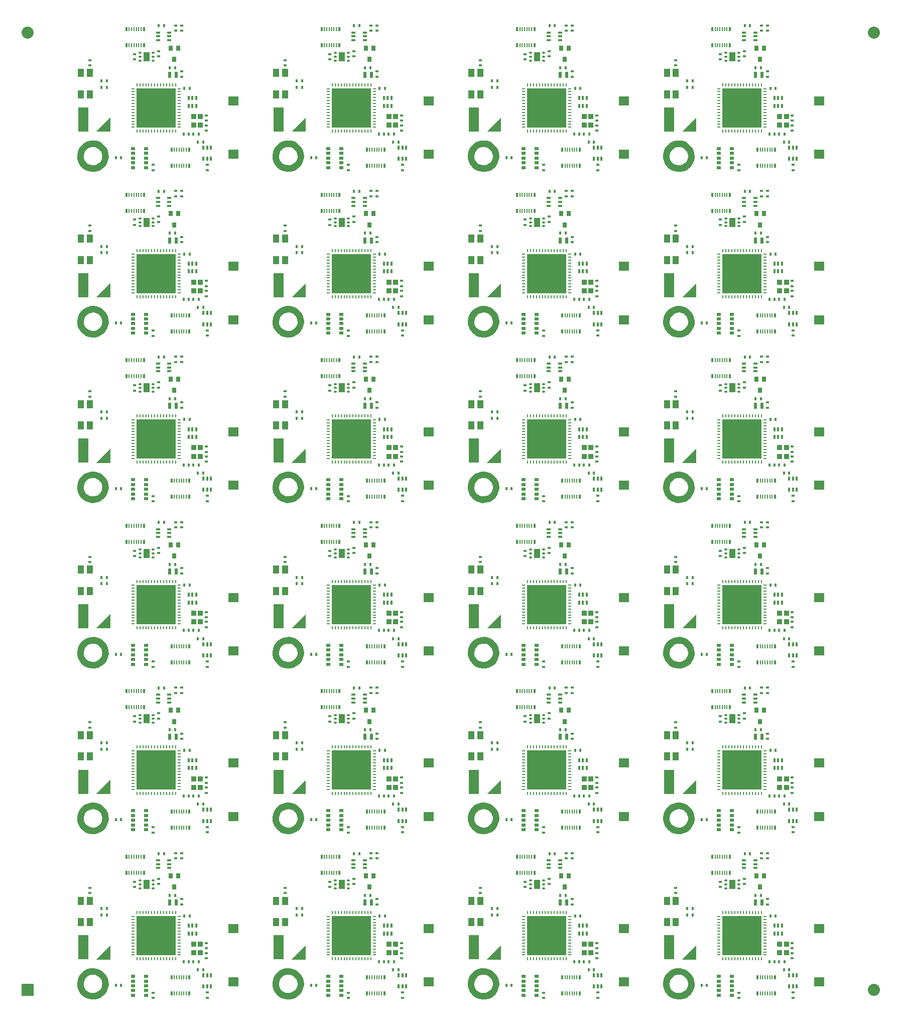
<source format=gtp>
G04 Layer_Color=8421504*
%FSLAX25Y25*%
%MOIN*%
G70*
G01*
G75*
%ADD10C,0.08000*%
%ADD11R,0.08000X0.08000*%
%ADD12R,0.07087X0.05906*%
%ADD13R,0.01598X0.02551*%
%ADD14R,0.01575X0.02362*%
%ADD15R,0.02362X0.01575*%
%ADD16R,0.04134X0.05512*%
%ADD17R,0.01378X0.02598*%
%ADD18R,0.00906X0.02598*%
%ADD19R,0.25984X0.25984*%
%ADD20O,0.00984X0.02362*%
%ADD21O,0.02362X0.00984*%
%ADD22R,0.02551X0.01598*%
%ADD23O,0.02362X0.01181*%
%ADD24R,0.03937X0.06299*%
%ADD25R,0.01969X0.03937*%
%ADD26R,0.03347X0.03740*%
%ADD27R,0.03150X0.01969*%
%ADD29R,0.02756X0.03543*%
%ADD30R,0.01181X0.02953*%
%ADD31R,0.06693X0.16142*%
%ADD32R,0.03937X0.03937*%
G36*
X491325Y656280D02*
X481876D01*
X491325Y665729D01*
Y656280D01*
D02*
G37*
G36*
X361640D02*
X352191D01*
X361640Y665729D01*
Y656280D01*
D02*
G37*
G36*
X231955D02*
X222506D01*
X231955Y665729D01*
Y656280D01*
D02*
G37*
G36*
X102270D02*
X92821D01*
X102270Y665729D01*
Y656280D01*
D02*
G37*
G36*
X482302Y650289D02*
X484220Y649613D01*
X485971Y648580D01*
X487490Y647229D01*
X488720Y645609D01*
X489613Y643783D01*
X490138Y641819D01*
X490205Y640804D01*
X490130Y640799D01*
X490205Y640804D01*
X490211Y640718D01*
X490220Y640544D01*
X490226Y640371D01*
X490228Y640197D01*
Y640110D01*
X490228Y639094D01*
X489836Y637099D01*
X489066Y635217D01*
X487947Y633519D01*
X486521Y632070D01*
X484842Y630923D01*
X482974Y630121D01*
X480985Y629696D01*
X478953Y629662D01*
X476951Y630021D01*
X475057Y630760D01*
X473341Y631850D01*
X471868Y633252D01*
X470693Y634911D01*
X469861Y636766D01*
X469402Y638747D01*
X469334Y640779D01*
X469660Y642786D01*
X470367Y644692D01*
X471429Y646426D01*
X472806Y647922D01*
X474445Y649125D01*
X476286Y649988D01*
X478259Y650480D01*
X480290Y650581D01*
X482302Y650289D01*
D02*
G37*
G36*
X352617D02*
X354535Y649613D01*
X356286Y648580D01*
X357805Y647229D01*
X359034Y645609D01*
X359928Y643783D01*
X360453Y641819D01*
X360520Y640804D01*
X360445Y640799D01*
X360520Y640804D01*
X360526Y640718D01*
X360535Y640544D01*
X360540Y640371D01*
X360543Y640197D01*
Y640110D01*
X360543Y639094D01*
X360151Y637099D01*
X359381Y635217D01*
X358261Y633519D01*
X356836Y632070D01*
X355157Y630923D01*
X353289Y630121D01*
X351300Y629696D01*
X349267Y629662D01*
X347266Y630021D01*
X345372Y630760D01*
X343656Y631850D01*
X342183Y633252D01*
X341008Y634911D01*
X340176Y636766D01*
X339717Y638747D01*
X339649Y640779D01*
X339975Y642786D01*
X340682Y644692D01*
X341744Y646426D01*
X343121Y647922D01*
X344760Y649125D01*
X346601Y649988D01*
X348574Y650480D01*
X350605Y650581D01*
X352617Y650289D01*
D02*
G37*
G36*
X222932D02*
X224850Y649613D01*
X226601Y648580D01*
X228120Y647229D01*
X229349Y645609D01*
X230243Y643783D01*
X230767Y641819D01*
X230835Y640804D01*
X230760Y640799D01*
X230835Y640804D01*
X230841Y640718D01*
X230850Y640544D01*
X230855Y640371D01*
X230858Y640197D01*
Y640110D01*
X230858Y639094D01*
X230466Y637099D01*
X229696Y635217D01*
X228576Y633519D01*
X227151Y632070D01*
X225472Y630923D01*
X223604Y630121D01*
X221615Y629696D01*
X219582Y629662D01*
X217581Y630021D01*
X215687Y630760D01*
X213971Y631850D01*
X212498Y633252D01*
X211323Y634911D01*
X210490Y636766D01*
X210032Y638747D01*
X209964Y640779D01*
X210290Y642786D01*
X210997Y644692D01*
X212059Y646426D01*
X213436Y647922D01*
X215075Y649125D01*
X216916Y649988D01*
X218889Y650480D01*
X220920Y650581D01*
X222932Y650289D01*
D02*
G37*
G36*
X93247D02*
X95165Y649613D01*
X96916Y648580D01*
X98435Y647229D01*
X99664Y645609D01*
X100558Y643783D01*
X101083Y641819D01*
X101150Y640804D01*
X101075Y640799D01*
X101150Y640804D01*
X101156Y640718D01*
X101165Y640544D01*
X101170Y640371D01*
X101173Y640197D01*
Y640110D01*
X101173Y639094D01*
X100781Y637099D01*
X100011Y635217D01*
X98891Y633519D01*
X97466Y632070D01*
X95787Y630923D01*
X93918Y630121D01*
X91930Y629696D01*
X89897Y629662D01*
X87896Y630021D01*
X86002Y630760D01*
X84286Y631850D01*
X82813Y633252D01*
X81638Y634911D01*
X80805Y636766D01*
X80347Y638747D01*
X80279Y640779D01*
X80605Y642786D01*
X81312Y644692D01*
X82374Y646426D01*
X83751Y647922D01*
X85390Y649125D01*
X87231Y649988D01*
X89204Y650480D01*
X91235Y650581D01*
X93247Y650289D01*
D02*
G37*
G36*
X491325Y546406D02*
X481876D01*
X491325Y555855D01*
Y546406D01*
D02*
G37*
G36*
X361640D02*
X352191D01*
X361640Y555855D01*
Y546406D01*
D02*
G37*
G36*
X231955D02*
X222506D01*
X231955Y555855D01*
Y546406D01*
D02*
G37*
G36*
X102270D02*
X92821D01*
X102270Y555855D01*
Y546406D01*
D02*
G37*
G36*
X482302Y540414D02*
X484220Y539739D01*
X485971Y538706D01*
X487490Y537355D01*
X488720Y535735D01*
X489613Y533909D01*
X490138Y531945D01*
X490205Y530930D01*
X490130Y530925D01*
X490205Y530930D01*
X490211Y530844D01*
X490220Y530670D01*
X490226Y530497D01*
X490228Y530323D01*
Y530236D01*
X490228Y529220D01*
X489836Y527225D01*
X489066Y525343D01*
X487947Y523645D01*
X486521Y522196D01*
X484842Y521049D01*
X482974Y520247D01*
X480985Y519822D01*
X478953Y519788D01*
X476951Y520147D01*
X475057Y520886D01*
X473341Y521976D01*
X471868Y523378D01*
X470693Y525037D01*
X469861Y526892D01*
X469402Y528873D01*
X469334Y530905D01*
X469660Y532912D01*
X470367Y534818D01*
X471429Y536552D01*
X472806Y538048D01*
X474445Y539251D01*
X476286Y540114D01*
X478259Y540605D01*
X480290Y540707D01*
X482302Y540414D01*
D02*
G37*
G36*
X352617D02*
X354535Y539739D01*
X356286Y538706D01*
X357805Y537355D01*
X359034Y535735D01*
X359928Y533909D01*
X360453Y531945D01*
X360520Y530930D01*
X360445Y530925D01*
X360520Y530930D01*
X360526Y530844D01*
X360535Y530670D01*
X360540Y530497D01*
X360543Y530323D01*
Y530236D01*
X360543Y529220D01*
X360151Y527225D01*
X359381Y525343D01*
X358261Y523645D01*
X356836Y522196D01*
X355157Y521049D01*
X353289Y520247D01*
X351300Y519822D01*
X349267Y519788D01*
X347266Y520147D01*
X345372Y520886D01*
X343656Y521976D01*
X342183Y523378D01*
X341008Y525037D01*
X340176Y526892D01*
X339717Y528873D01*
X339649Y530905D01*
X339975Y532912D01*
X340682Y534818D01*
X341744Y536552D01*
X343121Y538048D01*
X344760Y539251D01*
X346601Y540114D01*
X348574Y540605D01*
X350605Y540707D01*
X352617Y540414D01*
D02*
G37*
G36*
X222932D02*
X224850Y539739D01*
X226601Y538706D01*
X228120Y537355D01*
X229349Y535735D01*
X230243Y533909D01*
X230767Y531945D01*
X230835Y530930D01*
X230760Y530925D01*
X230835Y530930D01*
X230841Y530844D01*
X230850Y530670D01*
X230855Y530497D01*
X230858Y530323D01*
Y530236D01*
X230858Y529220D01*
X230466Y527225D01*
X229696Y525343D01*
X228576Y523645D01*
X227151Y522196D01*
X225472Y521049D01*
X223604Y520247D01*
X221615Y519822D01*
X219582Y519788D01*
X217581Y520147D01*
X215687Y520886D01*
X213971Y521976D01*
X212498Y523378D01*
X211323Y525037D01*
X210490Y526892D01*
X210032Y528873D01*
X209964Y530905D01*
X210290Y532912D01*
X210997Y534818D01*
X212059Y536552D01*
X213436Y538048D01*
X215075Y539251D01*
X216916Y540114D01*
X218889Y540605D01*
X220920Y540707D01*
X222932Y540414D01*
D02*
G37*
G36*
X93247D02*
X95165Y539739D01*
X96916Y538706D01*
X98435Y537355D01*
X99664Y535735D01*
X100558Y533909D01*
X101083Y531945D01*
X101150Y530930D01*
X101075Y530925D01*
X101150Y530930D01*
X101156Y530844D01*
X101165Y530670D01*
X101170Y530497D01*
X101173Y530323D01*
Y530236D01*
X101173Y529220D01*
X100781Y527225D01*
X100011Y525343D01*
X98891Y523645D01*
X97466Y522196D01*
X95787Y521049D01*
X93918Y520247D01*
X91930Y519822D01*
X89897Y519788D01*
X87896Y520147D01*
X86002Y520886D01*
X84286Y521976D01*
X82813Y523378D01*
X81638Y525037D01*
X80805Y526892D01*
X80347Y528873D01*
X80279Y530905D01*
X80605Y532912D01*
X81312Y534818D01*
X82374Y536552D01*
X83751Y538048D01*
X85390Y539251D01*
X87231Y540114D01*
X89204Y540605D01*
X91235Y540707D01*
X93247Y540414D01*
D02*
G37*
G36*
X491325Y436532D02*
X481876D01*
X491325Y445981D01*
Y436532D01*
D02*
G37*
G36*
X361640D02*
X352191D01*
X361640Y445981D01*
Y436532D01*
D02*
G37*
G36*
X231955D02*
X222506D01*
X231955Y445981D01*
Y436532D01*
D02*
G37*
G36*
X102270D02*
X92821D01*
X102270Y445981D01*
Y436532D01*
D02*
G37*
G36*
X482302Y430541D02*
X484220Y429865D01*
X485971Y428832D01*
X487490Y427481D01*
X488720Y425861D01*
X489613Y424035D01*
X490138Y422071D01*
X490205Y421056D01*
X490130Y421051D01*
X490205Y421056D01*
X490211Y420970D01*
X490220Y420796D01*
X490226Y420623D01*
X490228Y420449D01*
Y420362D01*
X490228Y419346D01*
X489836Y417351D01*
X489066Y415469D01*
X487947Y413771D01*
X486521Y412322D01*
X484842Y411175D01*
X482974Y410373D01*
X480985Y409947D01*
X478953Y409914D01*
X476951Y410273D01*
X475057Y411012D01*
X473341Y412102D01*
X471868Y413504D01*
X470693Y415163D01*
X469861Y417018D01*
X469402Y418999D01*
X469334Y421031D01*
X469660Y423038D01*
X470367Y424944D01*
X471429Y426678D01*
X472806Y428174D01*
X474445Y429377D01*
X476286Y430240D01*
X478259Y430731D01*
X480290Y430833D01*
X482302Y430541D01*
D02*
G37*
G36*
X352617D02*
X354535Y429865D01*
X356286Y428832D01*
X357805Y427481D01*
X359034Y425861D01*
X359928Y424035D01*
X360453Y422071D01*
X360520Y421056D01*
X360445Y421051D01*
X360520Y421056D01*
X360526Y420970D01*
X360535Y420796D01*
X360540Y420623D01*
X360543Y420449D01*
Y420362D01*
X360543Y419346D01*
X360151Y417351D01*
X359381Y415469D01*
X358261Y413771D01*
X356836Y412322D01*
X355157Y411175D01*
X353289Y410373D01*
X351300Y409947D01*
X349267Y409914D01*
X347266Y410273D01*
X345372Y411012D01*
X343656Y412102D01*
X342183Y413504D01*
X341008Y415163D01*
X340176Y417018D01*
X339717Y418999D01*
X339649Y421031D01*
X339975Y423038D01*
X340682Y424944D01*
X341744Y426678D01*
X343121Y428174D01*
X344760Y429377D01*
X346601Y430240D01*
X348574Y430731D01*
X350605Y430833D01*
X352617Y430541D01*
D02*
G37*
G36*
X222932D02*
X224850Y429865D01*
X226601Y428832D01*
X228120Y427481D01*
X229349Y425861D01*
X230243Y424035D01*
X230767Y422071D01*
X230835Y421056D01*
X230760Y421051D01*
X230835Y421056D01*
X230841Y420970D01*
X230850Y420796D01*
X230855Y420623D01*
X230858Y420449D01*
Y420362D01*
X230858Y419346D01*
X230466Y417351D01*
X229696Y415469D01*
X228576Y413771D01*
X227151Y412322D01*
X225472Y411175D01*
X223604Y410373D01*
X221615Y409947D01*
X219582Y409914D01*
X217581Y410273D01*
X215687Y411012D01*
X213971Y412102D01*
X212498Y413504D01*
X211323Y415163D01*
X210490Y417018D01*
X210032Y418999D01*
X209964Y421031D01*
X210290Y423038D01*
X210997Y424944D01*
X212059Y426678D01*
X213436Y428174D01*
X215075Y429377D01*
X216916Y430240D01*
X218889Y430731D01*
X220920Y430833D01*
X222932Y430541D01*
D02*
G37*
G36*
X93247D02*
X95165Y429865D01*
X96916Y428832D01*
X98435Y427481D01*
X99664Y425861D01*
X100558Y424035D01*
X101083Y422071D01*
X101150Y421056D01*
X101075Y421051D01*
X101150Y421056D01*
X101156Y420970D01*
X101165Y420796D01*
X101170Y420623D01*
X101173Y420449D01*
Y420362D01*
X101173Y419346D01*
X100781Y417351D01*
X100011Y415469D01*
X98891Y413771D01*
X97466Y412322D01*
X95787Y411175D01*
X93918Y410373D01*
X91930Y409947D01*
X89897Y409914D01*
X87896Y410273D01*
X86002Y411012D01*
X84286Y412102D01*
X82813Y413504D01*
X81638Y415163D01*
X80805Y417018D01*
X80347Y418999D01*
X80279Y421031D01*
X80605Y423038D01*
X81312Y424944D01*
X82374Y426678D01*
X83751Y428174D01*
X85390Y429377D01*
X87231Y430240D01*
X89204Y430731D01*
X91235Y430833D01*
X93247Y430541D01*
D02*
G37*
G36*
X491325Y326658D02*
X481876D01*
X491325Y336107D01*
Y326658D01*
D02*
G37*
G36*
X361640D02*
X352191D01*
X361640Y336107D01*
Y326658D01*
D02*
G37*
G36*
X231955D02*
X222506D01*
X231955Y336107D01*
Y326658D01*
D02*
G37*
G36*
X102270D02*
X92821D01*
X102270Y336107D01*
Y326658D01*
D02*
G37*
G36*
X482302Y320667D02*
X484220Y319991D01*
X485971Y318958D01*
X487490Y317607D01*
X488720Y315987D01*
X489613Y314161D01*
X490138Y312196D01*
X490205Y311182D01*
X490130Y311177D01*
X490205Y311182D01*
X490211Y311096D01*
X490220Y310922D01*
X490226Y310749D01*
X490228Y310575D01*
Y310488D01*
X490228Y309472D01*
X489836Y307477D01*
X489066Y305595D01*
X487947Y303897D01*
X486521Y302448D01*
X484842Y301301D01*
X482974Y300499D01*
X480985Y300074D01*
X478953Y300040D01*
X476951Y300399D01*
X475057Y301138D01*
X473341Y302228D01*
X471868Y303630D01*
X470693Y305289D01*
X469861Y307144D01*
X469402Y309125D01*
X469334Y311157D01*
X469660Y313164D01*
X470367Y315070D01*
X471429Y316804D01*
X472806Y318300D01*
X474445Y319503D01*
X476286Y320366D01*
X478259Y320858D01*
X480290Y320959D01*
X482302Y320667D01*
D02*
G37*
G36*
X352617D02*
X354535Y319991D01*
X356286Y318958D01*
X357805Y317607D01*
X359034Y315987D01*
X359928Y314161D01*
X360453Y312196D01*
X360520Y311182D01*
X360445Y311177D01*
X360520Y311182D01*
X360526Y311096D01*
X360535Y310922D01*
X360540Y310749D01*
X360543Y310575D01*
Y310488D01*
X360543Y309472D01*
X360151Y307477D01*
X359381Y305595D01*
X358261Y303897D01*
X356836Y302448D01*
X355157Y301301D01*
X353289Y300499D01*
X351300Y300074D01*
X349267Y300040D01*
X347266Y300399D01*
X345372Y301138D01*
X343656Y302228D01*
X342183Y303630D01*
X341008Y305289D01*
X340176Y307144D01*
X339717Y309125D01*
X339649Y311157D01*
X339975Y313164D01*
X340682Y315070D01*
X341744Y316804D01*
X343121Y318300D01*
X344760Y319503D01*
X346601Y320366D01*
X348574Y320858D01*
X350605Y320959D01*
X352617Y320667D01*
D02*
G37*
G36*
X222932D02*
X224850Y319991D01*
X226601Y318958D01*
X228120Y317607D01*
X229349Y315987D01*
X230243Y314161D01*
X230767Y312196D01*
X230835Y311182D01*
X230760Y311177D01*
X230835Y311182D01*
X230841Y311096D01*
X230850Y310922D01*
X230855Y310749D01*
X230858Y310575D01*
Y310488D01*
X230858Y309472D01*
X230466Y307477D01*
X229696Y305595D01*
X228576Y303897D01*
X227151Y302448D01*
X225472Y301301D01*
X223604Y300499D01*
X221615Y300074D01*
X219582Y300040D01*
X217581Y300399D01*
X215687Y301138D01*
X213971Y302228D01*
X212498Y303630D01*
X211323Y305289D01*
X210490Y307144D01*
X210032Y309125D01*
X209964Y311157D01*
X210290Y313164D01*
X210997Y315070D01*
X212059Y316804D01*
X213436Y318300D01*
X215075Y319503D01*
X216916Y320366D01*
X218889Y320858D01*
X220920Y320959D01*
X222932Y320667D01*
D02*
G37*
G36*
X93247D02*
X95165Y319991D01*
X96916Y318958D01*
X98435Y317607D01*
X99664Y315987D01*
X100558Y314161D01*
X101083Y312196D01*
X101150Y311182D01*
X101075Y311177D01*
X101150Y311182D01*
X101156Y311096D01*
X101165Y310922D01*
X101170Y310749D01*
X101173Y310575D01*
Y310488D01*
X101173Y309472D01*
X100781Y307477D01*
X100011Y305595D01*
X98891Y303897D01*
X97466Y302448D01*
X95787Y301301D01*
X93918Y300499D01*
X91930Y300074D01*
X89897Y300040D01*
X87896Y300399D01*
X86002Y301138D01*
X84286Y302228D01*
X82813Y303630D01*
X81638Y305289D01*
X80805Y307144D01*
X80347Y309125D01*
X80279Y311157D01*
X80605Y313164D01*
X81312Y315070D01*
X82374Y316804D01*
X83751Y318300D01*
X85390Y319503D01*
X87231Y320366D01*
X89204Y320858D01*
X91235Y320959D01*
X93247Y320667D01*
D02*
G37*
G36*
X491325Y216784D02*
X481876D01*
X491325Y226233D01*
Y216784D01*
D02*
G37*
G36*
X361640D02*
X352191D01*
X361640Y226233D01*
Y216784D01*
D02*
G37*
G36*
X231955D02*
X222506D01*
X231955Y226233D01*
Y216784D01*
D02*
G37*
G36*
X102270D02*
X92821D01*
X102270Y226233D01*
Y216784D01*
D02*
G37*
G36*
X482302Y210792D02*
X484220Y210117D01*
X485971Y209084D01*
X487490Y207733D01*
X488720Y206113D01*
X489613Y204287D01*
X490138Y202323D01*
X490205Y201308D01*
X490130Y201303D01*
X490205Y201308D01*
X490211Y201221D01*
X490220Y201048D01*
X490226Y200875D01*
X490228Y200701D01*
Y200614D01*
X490228Y199598D01*
X489836Y197603D01*
X489066Y195721D01*
X487947Y194023D01*
X486521Y192574D01*
X484842Y191427D01*
X482974Y190625D01*
X480985Y190199D01*
X478953Y190166D01*
X476951Y190525D01*
X475057Y191264D01*
X473341Y192354D01*
X471868Y193756D01*
X470693Y195415D01*
X469861Y197270D01*
X469402Y199251D01*
X469334Y201283D01*
X469660Y203290D01*
X470367Y205196D01*
X471429Y206930D01*
X472806Y208426D01*
X474445Y209629D01*
X476286Y210492D01*
X478259Y210983D01*
X480290Y211085D01*
X482302Y210792D01*
D02*
G37*
G36*
X352617D02*
X354535Y210117D01*
X356286Y209084D01*
X357805Y207733D01*
X359034Y206113D01*
X359928Y204287D01*
X360453Y202323D01*
X360520Y201308D01*
X360445Y201303D01*
X360520Y201308D01*
X360526Y201221D01*
X360535Y201048D01*
X360540Y200875D01*
X360543Y200701D01*
Y200614D01*
X360543Y199598D01*
X360151Y197603D01*
X359381Y195721D01*
X358261Y194023D01*
X356836Y192574D01*
X355157Y191427D01*
X353289Y190625D01*
X351300Y190199D01*
X349267Y190166D01*
X347266Y190525D01*
X345372Y191264D01*
X343656Y192354D01*
X342183Y193756D01*
X341008Y195415D01*
X340176Y197270D01*
X339717Y199251D01*
X339649Y201283D01*
X339975Y203290D01*
X340682Y205196D01*
X341744Y206930D01*
X343121Y208426D01*
X344760Y209629D01*
X346601Y210492D01*
X348574Y210983D01*
X350605Y211085D01*
X352617Y210792D01*
D02*
G37*
G36*
X222932D02*
X224850Y210117D01*
X226601Y209084D01*
X228120Y207733D01*
X229349Y206113D01*
X230243Y204287D01*
X230767Y202323D01*
X230835Y201308D01*
X230760Y201303D01*
X230835Y201308D01*
X230841Y201221D01*
X230850Y201048D01*
X230855Y200875D01*
X230858Y200701D01*
Y200614D01*
X230858Y199598D01*
X230466Y197603D01*
X229696Y195721D01*
X228576Y194023D01*
X227151Y192574D01*
X225472Y191427D01*
X223604Y190625D01*
X221615Y190199D01*
X219582Y190166D01*
X217581Y190525D01*
X215687Y191264D01*
X213971Y192354D01*
X212498Y193756D01*
X211323Y195415D01*
X210490Y197270D01*
X210032Y199251D01*
X209964Y201283D01*
X210290Y203290D01*
X210997Y205196D01*
X212059Y206930D01*
X213436Y208426D01*
X215075Y209629D01*
X216916Y210492D01*
X218889Y210983D01*
X220920Y211085D01*
X222932Y210792D01*
D02*
G37*
G36*
X93247D02*
X95165Y210117D01*
X96916Y209084D01*
X98435Y207733D01*
X99664Y206113D01*
X100558Y204287D01*
X101083Y202323D01*
X101150Y201308D01*
X101075Y201303D01*
X101150Y201308D01*
X101156Y201221D01*
X101165Y201048D01*
X101170Y200875D01*
X101173Y200701D01*
Y200614D01*
X101173Y199598D01*
X100781Y197603D01*
X100011Y195721D01*
X98891Y194023D01*
X97466Y192574D01*
X95787Y191427D01*
X93918Y190625D01*
X91930Y190199D01*
X89897Y190166D01*
X87896Y190525D01*
X86002Y191264D01*
X84286Y192354D01*
X82813Y193756D01*
X81638Y195415D01*
X80805Y197270D01*
X80347Y199251D01*
X80279Y201283D01*
X80605Y203290D01*
X81312Y205196D01*
X82374Y206930D01*
X83751Y208426D01*
X85390Y209629D01*
X87231Y210492D01*
X89204Y210983D01*
X91235Y211085D01*
X93247Y210792D01*
D02*
G37*
G36*
X491325Y106910D02*
X481876D01*
X491325Y116359D01*
Y106910D01*
D02*
G37*
G36*
X361640D02*
X352191D01*
X361640Y116359D01*
Y106910D01*
D02*
G37*
G36*
X231955D02*
X222506D01*
X231955Y116359D01*
Y106910D01*
D02*
G37*
G36*
X102270D02*
X92821D01*
X102270Y116359D01*
Y106910D01*
D02*
G37*
G36*
X482302Y100918D02*
X484220Y100243D01*
X485971Y99210D01*
X487490Y97859D01*
X488720Y96239D01*
X489613Y94413D01*
X490138Y92449D01*
X490205Y91434D01*
X490130Y91429D01*
X490205Y91434D01*
X490211Y91347D01*
X490220Y91174D01*
X490226Y91001D01*
X490228Y90827D01*
Y90740D01*
X490228Y89723D01*
X489836Y87729D01*
X489066Y85847D01*
X487947Y84149D01*
X486521Y82700D01*
X484842Y81553D01*
X482974Y80751D01*
X480985Y80325D01*
X478953Y80292D01*
X476951Y80651D01*
X475057Y81390D01*
X473341Y82480D01*
X471868Y83882D01*
X470693Y85541D01*
X469861Y87396D01*
X469402Y89377D01*
X469334Y91409D01*
X469660Y93416D01*
X470367Y95322D01*
X471429Y97056D01*
X472806Y98552D01*
X474445Y99755D01*
X476286Y100618D01*
X478259Y101110D01*
X480290Y101211D01*
X482302Y100918D01*
D02*
G37*
G36*
X352617D02*
X354535Y100243D01*
X356286Y99210D01*
X357805Y97859D01*
X359034Y96239D01*
X359928Y94413D01*
X360453Y92449D01*
X360520Y91434D01*
X360445Y91429D01*
X360520Y91434D01*
X360526Y91347D01*
X360535Y91174D01*
X360540Y91001D01*
X360543Y90827D01*
Y90740D01*
X360543Y89723D01*
X360151Y87729D01*
X359381Y85847D01*
X358261Y84149D01*
X356836Y82700D01*
X355157Y81553D01*
X353289Y80751D01*
X351300Y80325D01*
X349267Y80292D01*
X347266Y80651D01*
X345372Y81390D01*
X343656Y82480D01*
X342183Y83882D01*
X341008Y85541D01*
X340176Y87396D01*
X339717Y89377D01*
X339649Y91409D01*
X339975Y93416D01*
X340682Y95322D01*
X341744Y97056D01*
X343121Y98552D01*
X344760Y99755D01*
X346601Y100618D01*
X348574Y101110D01*
X350605Y101211D01*
X352617Y100918D01*
D02*
G37*
G36*
X222932D02*
X224850Y100243D01*
X226601Y99210D01*
X228120Y97859D01*
X229349Y96239D01*
X230243Y94413D01*
X230767Y92449D01*
X230835Y91434D01*
X230760Y91429D01*
X230835Y91434D01*
X230841Y91347D01*
X230850Y91174D01*
X230855Y91001D01*
X230858Y90827D01*
Y90740D01*
X230858Y89723D01*
X230466Y87729D01*
X229696Y85847D01*
X228576Y84149D01*
X227151Y82700D01*
X225472Y81553D01*
X223604Y80751D01*
X221615Y80325D01*
X219582Y80292D01*
X217581Y80651D01*
X215687Y81390D01*
X213971Y82480D01*
X212498Y83882D01*
X211323Y85541D01*
X210490Y87396D01*
X210032Y89377D01*
X209964Y91409D01*
X210290Y93416D01*
X210997Y95322D01*
X212059Y97056D01*
X213436Y98552D01*
X215075Y99755D01*
X216916Y100618D01*
X218889Y101110D01*
X220920Y101211D01*
X222932Y100918D01*
D02*
G37*
G36*
X93247D02*
X95165Y100243D01*
X96916Y99210D01*
X98435Y97859D01*
X99664Y96239D01*
X100558Y94413D01*
X101083Y92449D01*
X101150Y91434D01*
X101075Y91429D01*
X101150Y91434D01*
X101156Y91347D01*
X101165Y91174D01*
X101170Y91001D01*
X101173Y90827D01*
Y90740D01*
X101173Y89723D01*
X100781Y87729D01*
X100011Y85847D01*
X98891Y84149D01*
X97466Y82700D01*
X95787Y81553D01*
X93918Y80751D01*
X91930Y80325D01*
X89897Y80292D01*
X87896Y80651D01*
X86002Y81390D01*
X84286Y82480D01*
X82813Y83882D01*
X81638Y85541D01*
X80805Y87396D01*
X80347Y89377D01*
X80279Y91409D01*
X80605Y93416D01*
X81312Y95322D01*
X82374Y97056D01*
X83751Y98552D01*
X85390Y99755D01*
X87231Y100618D01*
X89204Y101110D01*
X91235Y101211D01*
X93247Y100918D01*
D02*
G37*
%LPC*%
G36*
X479945Y646211D02*
X478608Y646096D01*
X477328Y645692D01*
X476168Y645018D01*
X475183Y644106D01*
X474422Y643002D01*
X473919Y641758D01*
X473701Y640434D01*
X473778Y639094D01*
X474146Y637804D01*
X474786Y636625D01*
X475669Y635614D01*
X476751Y634821D01*
X477981Y634284D01*
X479298Y634028D01*
X480639Y634066D01*
X481940Y634397D01*
X483136Y635004D01*
X484171Y635857D01*
X484995Y636916D01*
X485567Y638130D01*
X485861Y639439D01*
X485898Y640110D01*
X485897Y640197D01*
X485892Y640372D01*
X485882Y640546D01*
X485867Y640719D01*
X485858Y640806D01*
X485898Y640799D01*
X485858Y640806D01*
X485745Y641468D01*
X485304Y642736D01*
X484597Y643876D01*
X483658Y644834D01*
X482532Y645564D01*
X481274Y646031D01*
X479945Y646211D01*
D02*
G37*
G36*
X350259D02*
X348923Y646096D01*
X347643Y645692D01*
X346483Y645018D01*
X345498Y644106D01*
X344737Y643002D01*
X344234Y641758D01*
X344016Y640434D01*
X344093Y639094D01*
X344461Y637804D01*
X345101Y636625D01*
X345984Y635614D01*
X347066Y634821D01*
X348296Y634284D01*
X349613Y634028D01*
X350954Y634066D01*
X352255Y634397D01*
X353451Y635004D01*
X354486Y635857D01*
X355310Y636916D01*
X355882Y638130D01*
X356176Y639439D01*
X356213Y640110D01*
X356212Y640197D01*
X356207Y640372D01*
X356197Y640546D01*
X356182Y640719D01*
X356173Y640806D01*
X356213Y640799D01*
X356173Y640806D01*
X356060Y641468D01*
X355619Y642736D01*
X354912Y643876D01*
X353973Y644834D01*
X352847Y645564D01*
X351589Y646031D01*
X350259Y646211D01*
D02*
G37*
G36*
X220574D02*
X219238Y646096D01*
X217958Y645692D01*
X216798Y645018D01*
X215813Y644106D01*
X215052Y643002D01*
X214549Y641758D01*
X214331Y640434D01*
X214408Y639094D01*
X214775Y637804D01*
X215416Y636625D01*
X216299Y635614D01*
X217381Y634821D01*
X218611Y634284D01*
X219928Y634028D01*
X221269Y634066D01*
X222569Y634397D01*
X223766Y635004D01*
X224801Y635857D01*
X225625Y636916D01*
X226197Y638130D01*
X226491Y639439D01*
X226528Y640110D01*
X226527Y640197D01*
X226522Y640372D01*
X226512Y640546D01*
X226497Y640719D01*
X226488Y640806D01*
X226528Y640799D01*
X226488Y640806D01*
X226375Y641468D01*
X225934Y642736D01*
X225227Y643876D01*
X224288Y644834D01*
X223162Y645564D01*
X221904Y646031D01*
X220574Y646211D01*
D02*
G37*
G36*
X90889D02*
X89553Y646096D01*
X88273Y645692D01*
X87113Y645018D01*
X86128Y644106D01*
X85366Y643002D01*
X84864Y641758D01*
X84646Y640434D01*
X84723Y639094D01*
X85091Y637804D01*
X85731Y636625D01*
X86614Y635614D01*
X87696Y634821D01*
X88926Y634284D01*
X90243Y634028D01*
X91584Y634066D01*
X92884Y634397D01*
X94081Y635004D01*
X95116Y635857D01*
X95940Y636916D01*
X96512Y638130D01*
X96806Y639439D01*
X96842Y640110D01*
X96842Y640197D01*
X96837Y640372D01*
X96827Y640546D01*
X96812Y640719D01*
X96803Y640806D01*
X96842Y640799D01*
X96803Y640806D01*
X96689Y641468D01*
X96249Y642736D01*
X95542Y643876D01*
X94603Y644834D01*
X93477Y645564D01*
X92219Y646031D01*
X90889Y646211D01*
D02*
G37*
G36*
X479945Y536337D02*
X478608Y536222D01*
X477328Y535818D01*
X476168Y535144D01*
X475183Y534232D01*
X474422Y533128D01*
X473919Y531884D01*
X473701Y530560D01*
X473778Y529220D01*
X474146Y527930D01*
X474786Y526751D01*
X475669Y525740D01*
X476751Y524947D01*
X477981Y524410D01*
X479298Y524154D01*
X480639Y524192D01*
X481940Y524523D01*
X483136Y525130D01*
X484171Y525983D01*
X484995Y527042D01*
X485567Y528256D01*
X485861Y529565D01*
X485898Y530236D01*
X485897Y530323D01*
X485892Y530498D01*
X485882Y530672D01*
X485867Y530845D01*
X485858Y530932D01*
X485898Y530925D01*
X485858Y530932D01*
X485745Y531594D01*
X485304Y532862D01*
X484597Y534002D01*
X483658Y534960D01*
X482532Y535690D01*
X481274Y536157D01*
X479945Y536337D01*
D02*
G37*
G36*
X350259D02*
X348923Y536222D01*
X347643Y535818D01*
X346483Y535144D01*
X345498Y534232D01*
X344737Y533128D01*
X344234Y531884D01*
X344016Y530560D01*
X344093Y529220D01*
X344461Y527930D01*
X345101Y526751D01*
X345984Y525740D01*
X347066Y524947D01*
X348296Y524410D01*
X349613Y524154D01*
X350954Y524192D01*
X352255Y524523D01*
X353451Y525130D01*
X354486Y525983D01*
X355310Y527042D01*
X355882Y528256D01*
X356176Y529565D01*
X356213Y530236D01*
X356212Y530323D01*
X356207Y530498D01*
X356197Y530672D01*
X356182Y530845D01*
X356173Y530932D01*
X356213Y530925D01*
X356173Y530932D01*
X356060Y531594D01*
X355619Y532862D01*
X354912Y534002D01*
X353973Y534960D01*
X352847Y535690D01*
X351589Y536157D01*
X350259Y536337D01*
D02*
G37*
G36*
X220574D02*
X219238Y536222D01*
X217958Y535818D01*
X216798Y535144D01*
X215813Y534232D01*
X215052Y533128D01*
X214549Y531884D01*
X214331Y530560D01*
X214408Y529220D01*
X214775Y527930D01*
X215416Y526751D01*
X216299Y525740D01*
X217381Y524947D01*
X218611Y524410D01*
X219928Y524154D01*
X221269Y524192D01*
X222569Y524523D01*
X223766Y525130D01*
X224801Y525983D01*
X225625Y527042D01*
X226197Y528256D01*
X226491Y529565D01*
X226528Y530236D01*
X226527Y530323D01*
X226522Y530498D01*
X226512Y530672D01*
X226497Y530845D01*
X226488Y530932D01*
X226528Y530925D01*
X226488Y530932D01*
X226375Y531594D01*
X225934Y532862D01*
X225227Y534002D01*
X224288Y534960D01*
X223162Y535690D01*
X221904Y536157D01*
X220574Y536337D01*
D02*
G37*
G36*
X90889D02*
X89553Y536222D01*
X88273Y535818D01*
X87113Y535144D01*
X86128Y534232D01*
X85366Y533128D01*
X84864Y531884D01*
X84646Y530560D01*
X84723Y529220D01*
X85091Y527930D01*
X85731Y526751D01*
X86614Y525740D01*
X87696Y524947D01*
X88926Y524410D01*
X90243Y524154D01*
X91584Y524192D01*
X92884Y524523D01*
X94081Y525130D01*
X95116Y525983D01*
X95940Y527042D01*
X96512Y528256D01*
X96806Y529565D01*
X96842Y530236D01*
X96842Y530323D01*
X96837Y530498D01*
X96827Y530672D01*
X96812Y530845D01*
X96803Y530932D01*
X96842Y530925D01*
X96803Y530932D01*
X96689Y531594D01*
X96249Y532862D01*
X95542Y534002D01*
X94603Y534960D01*
X93477Y535690D01*
X92219Y536157D01*
X90889Y536337D01*
D02*
G37*
G36*
X479945Y426463D02*
X478608Y426348D01*
X477328Y425944D01*
X476168Y425270D01*
X475183Y424358D01*
X474422Y423254D01*
X473919Y422010D01*
X473701Y420686D01*
X473778Y419346D01*
X474146Y418056D01*
X474786Y416877D01*
X475669Y415866D01*
X476751Y415073D01*
X477981Y414536D01*
X479298Y414280D01*
X480639Y414319D01*
X481940Y414649D01*
X483136Y415256D01*
X484171Y416109D01*
X484995Y417168D01*
X485567Y418382D01*
X485861Y419691D01*
X485898Y420362D01*
X485897Y420449D01*
X485892Y420624D01*
X485882Y420798D01*
X485867Y420971D01*
X485858Y421058D01*
X485898Y421051D01*
X485858Y421058D01*
X485745Y421720D01*
X485304Y422988D01*
X484597Y424128D01*
X483658Y425086D01*
X482532Y425816D01*
X481274Y426283D01*
X479945Y426463D01*
D02*
G37*
G36*
X350259D02*
X348923Y426348D01*
X347643Y425944D01*
X346483Y425270D01*
X345498Y424358D01*
X344737Y423254D01*
X344234Y422010D01*
X344016Y420686D01*
X344093Y419346D01*
X344461Y418056D01*
X345101Y416877D01*
X345984Y415866D01*
X347066Y415073D01*
X348296Y414536D01*
X349613Y414280D01*
X350954Y414319D01*
X352255Y414649D01*
X353451Y415256D01*
X354486Y416109D01*
X355310Y417168D01*
X355882Y418382D01*
X356176Y419691D01*
X356213Y420362D01*
X356212Y420449D01*
X356207Y420624D01*
X356197Y420798D01*
X356182Y420971D01*
X356173Y421058D01*
X356213Y421051D01*
X356173Y421058D01*
X356060Y421720D01*
X355619Y422988D01*
X354912Y424128D01*
X353973Y425086D01*
X352847Y425816D01*
X351589Y426283D01*
X350259Y426463D01*
D02*
G37*
G36*
X220574D02*
X219238Y426348D01*
X217958Y425944D01*
X216798Y425270D01*
X215813Y424358D01*
X215052Y423254D01*
X214549Y422010D01*
X214331Y420686D01*
X214408Y419346D01*
X214775Y418056D01*
X215416Y416877D01*
X216299Y415866D01*
X217381Y415073D01*
X218611Y414536D01*
X219928Y414280D01*
X221269Y414319D01*
X222569Y414649D01*
X223766Y415256D01*
X224801Y416109D01*
X225625Y417168D01*
X226197Y418382D01*
X226491Y419691D01*
X226528Y420362D01*
X226527Y420449D01*
X226522Y420624D01*
X226512Y420798D01*
X226497Y420971D01*
X226488Y421058D01*
X226528Y421051D01*
X226488Y421058D01*
X226375Y421720D01*
X225934Y422988D01*
X225227Y424128D01*
X224288Y425086D01*
X223162Y425816D01*
X221904Y426283D01*
X220574Y426463D01*
D02*
G37*
G36*
X90889D02*
X89553Y426348D01*
X88273Y425944D01*
X87113Y425270D01*
X86128Y424358D01*
X85366Y423254D01*
X84864Y422010D01*
X84646Y420686D01*
X84723Y419346D01*
X85091Y418056D01*
X85731Y416877D01*
X86614Y415866D01*
X87696Y415073D01*
X88926Y414536D01*
X90243Y414280D01*
X91584Y414319D01*
X92884Y414649D01*
X94081Y415256D01*
X95116Y416109D01*
X95940Y417168D01*
X96512Y418382D01*
X96806Y419691D01*
X96842Y420362D01*
X96842Y420449D01*
X96837Y420624D01*
X96827Y420798D01*
X96812Y420971D01*
X96803Y421058D01*
X96842Y421051D01*
X96803Y421058D01*
X96689Y421720D01*
X96249Y422988D01*
X95542Y424128D01*
X94603Y425086D01*
X93477Y425816D01*
X92219Y426283D01*
X90889Y426463D01*
D02*
G37*
G36*
X479945Y316589D02*
X478608Y316474D01*
X477328Y316070D01*
X476168Y315396D01*
X475183Y314484D01*
X474422Y313380D01*
X473919Y312136D01*
X473701Y310812D01*
X473778Y309472D01*
X474146Y308182D01*
X474786Y307003D01*
X475669Y305992D01*
X476751Y305199D01*
X477981Y304662D01*
X479298Y304406D01*
X480639Y304444D01*
X481940Y304775D01*
X483136Y305382D01*
X484171Y306235D01*
X484995Y307294D01*
X485567Y308508D01*
X485861Y309817D01*
X485898Y310488D01*
X485897Y310575D01*
X485892Y310750D01*
X485882Y310924D01*
X485867Y311097D01*
X485858Y311184D01*
X485898Y311177D01*
X485858Y311184D01*
X485745Y311846D01*
X485304Y313113D01*
X484597Y314254D01*
X483658Y315212D01*
X482532Y315942D01*
X481274Y316409D01*
X479945Y316589D01*
D02*
G37*
G36*
X350259D02*
X348923Y316474D01*
X347643Y316070D01*
X346483Y315396D01*
X345498Y314484D01*
X344737Y313380D01*
X344234Y312136D01*
X344016Y310812D01*
X344093Y309472D01*
X344461Y308182D01*
X345101Y307003D01*
X345984Y305992D01*
X347066Y305199D01*
X348296Y304662D01*
X349613Y304406D01*
X350954Y304444D01*
X352255Y304775D01*
X353451Y305382D01*
X354486Y306235D01*
X355310Y307294D01*
X355882Y308508D01*
X356176Y309817D01*
X356213Y310488D01*
X356212Y310575D01*
X356207Y310750D01*
X356197Y310924D01*
X356182Y311097D01*
X356173Y311184D01*
X356213Y311177D01*
X356173Y311184D01*
X356060Y311846D01*
X355619Y313113D01*
X354912Y314254D01*
X353973Y315212D01*
X352847Y315942D01*
X351589Y316409D01*
X350259Y316589D01*
D02*
G37*
G36*
X220574D02*
X219238Y316474D01*
X217958Y316070D01*
X216798Y315396D01*
X215813Y314484D01*
X215052Y313380D01*
X214549Y312136D01*
X214331Y310812D01*
X214408Y309472D01*
X214775Y308182D01*
X215416Y307003D01*
X216299Y305992D01*
X217381Y305199D01*
X218611Y304662D01*
X219928Y304406D01*
X221269Y304444D01*
X222569Y304775D01*
X223766Y305382D01*
X224801Y306235D01*
X225625Y307294D01*
X226197Y308508D01*
X226491Y309817D01*
X226528Y310488D01*
X226527Y310575D01*
X226522Y310750D01*
X226512Y310924D01*
X226497Y311097D01*
X226488Y311184D01*
X226528Y311177D01*
X226488Y311184D01*
X226375Y311846D01*
X225934Y313113D01*
X225227Y314254D01*
X224288Y315212D01*
X223162Y315942D01*
X221904Y316409D01*
X220574Y316589D01*
D02*
G37*
G36*
X90889D02*
X89553Y316474D01*
X88273Y316070D01*
X87113Y315396D01*
X86128Y314484D01*
X85366Y313380D01*
X84864Y312136D01*
X84646Y310812D01*
X84723Y309472D01*
X85091Y308182D01*
X85731Y307003D01*
X86614Y305992D01*
X87696Y305199D01*
X88926Y304662D01*
X90243Y304406D01*
X91584Y304444D01*
X92884Y304775D01*
X94081Y305382D01*
X95116Y306235D01*
X95940Y307294D01*
X96512Y308508D01*
X96806Y309817D01*
X96842Y310488D01*
X96842Y310575D01*
X96837Y310750D01*
X96827Y310924D01*
X96812Y311097D01*
X96803Y311184D01*
X96842Y311177D01*
X96803Y311184D01*
X96689Y311846D01*
X96249Y313113D01*
X95542Y314254D01*
X94603Y315212D01*
X93477Y315942D01*
X92219Y316409D01*
X90889Y316589D01*
D02*
G37*
G36*
X479945Y206715D02*
X478608Y206600D01*
X477328Y206196D01*
X476168Y205522D01*
X475183Y204610D01*
X474422Y203506D01*
X473919Y202261D01*
X473701Y200938D01*
X473778Y199598D01*
X474146Y198308D01*
X474786Y197129D01*
X475669Y196118D01*
X476751Y195325D01*
X477981Y194788D01*
X479298Y194532D01*
X480639Y194570D01*
X481940Y194901D01*
X483136Y195508D01*
X484171Y196361D01*
X484995Y197420D01*
X485567Y198634D01*
X485861Y199943D01*
X485898Y200614D01*
X485897Y200701D01*
X485892Y200875D01*
X485882Y201049D01*
X485867Y201223D01*
X485858Y201310D01*
X485898Y201303D01*
X485858Y201310D01*
X485745Y201972D01*
X485304Y203239D01*
X484597Y204380D01*
X483658Y205338D01*
X482532Y206068D01*
X481274Y206535D01*
X479945Y206715D01*
D02*
G37*
G36*
X350259D02*
X348923Y206600D01*
X347643Y206196D01*
X346483Y205522D01*
X345498Y204610D01*
X344737Y203506D01*
X344234Y202261D01*
X344016Y200938D01*
X344093Y199598D01*
X344461Y198308D01*
X345101Y197129D01*
X345984Y196118D01*
X347066Y195325D01*
X348296Y194788D01*
X349613Y194532D01*
X350954Y194570D01*
X352255Y194901D01*
X353451Y195508D01*
X354486Y196361D01*
X355310Y197420D01*
X355882Y198634D01*
X356176Y199943D01*
X356213Y200614D01*
X356212Y200701D01*
X356207Y200875D01*
X356197Y201049D01*
X356182Y201223D01*
X356173Y201310D01*
X356213Y201303D01*
X356173Y201310D01*
X356060Y201972D01*
X355619Y203239D01*
X354912Y204380D01*
X353973Y205338D01*
X352847Y206068D01*
X351589Y206535D01*
X350259Y206715D01*
D02*
G37*
G36*
X220574D02*
X219238Y206600D01*
X217958Y206196D01*
X216798Y205522D01*
X215813Y204610D01*
X215052Y203506D01*
X214549Y202261D01*
X214331Y200938D01*
X214408Y199598D01*
X214775Y198308D01*
X215416Y197129D01*
X216299Y196118D01*
X217381Y195325D01*
X218611Y194788D01*
X219928Y194532D01*
X221269Y194570D01*
X222569Y194901D01*
X223766Y195508D01*
X224801Y196361D01*
X225625Y197420D01*
X226197Y198634D01*
X226491Y199943D01*
X226528Y200614D01*
X226527Y200701D01*
X226522Y200875D01*
X226512Y201049D01*
X226497Y201223D01*
X226488Y201310D01*
X226528Y201303D01*
X226488Y201310D01*
X226375Y201972D01*
X225934Y203239D01*
X225227Y204380D01*
X224288Y205338D01*
X223162Y206068D01*
X221904Y206535D01*
X220574Y206715D01*
D02*
G37*
G36*
X90889D02*
X89553Y206600D01*
X88273Y206196D01*
X87113Y205522D01*
X86128Y204610D01*
X85366Y203506D01*
X84864Y202261D01*
X84646Y200938D01*
X84723Y199598D01*
X85091Y198308D01*
X85731Y197129D01*
X86614Y196118D01*
X87696Y195325D01*
X88926Y194788D01*
X90243Y194532D01*
X91584Y194570D01*
X92884Y194901D01*
X94081Y195508D01*
X95116Y196361D01*
X95940Y197420D01*
X96512Y198634D01*
X96806Y199943D01*
X96842Y200614D01*
X96842Y200701D01*
X96837Y200875D01*
X96827Y201049D01*
X96812Y201223D01*
X96803Y201310D01*
X96842Y201303D01*
X96803Y201310D01*
X96689Y201972D01*
X96249Y203239D01*
X95542Y204380D01*
X94603Y205338D01*
X93477Y206068D01*
X92219Y206535D01*
X90889Y206715D01*
D02*
G37*
G36*
X479945Y96841D02*
X478608Y96726D01*
X477328Y96322D01*
X476168Y95648D01*
X475183Y94736D01*
X474422Y93632D01*
X473919Y92387D01*
X473701Y91064D01*
X473778Y89724D01*
X474146Y88434D01*
X474786Y87255D01*
X475669Y86244D01*
X476751Y85451D01*
X477981Y84914D01*
X479298Y84658D01*
X480639Y84696D01*
X481940Y85027D01*
X483136Y85634D01*
X484171Y86487D01*
X484995Y87546D01*
X485567Y88760D01*
X485861Y90069D01*
X485898Y90740D01*
X485897Y90827D01*
X485892Y91001D01*
X485882Y91176D01*
X485867Y91349D01*
X485858Y91436D01*
X485898Y91429D01*
X485858Y91436D01*
X485745Y92098D01*
X485304Y93366D01*
X484597Y94506D01*
X483658Y95464D01*
X482532Y96194D01*
X481274Y96661D01*
X479945Y96841D01*
D02*
G37*
G36*
X350259D02*
X348923Y96726D01*
X347643Y96322D01*
X346483Y95648D01*
X345498Y94736D01*
X344737Y93632D01*
X344234Y92387D01*
X344016Y91064D01*
X344093Y89724D01*
X344461Y88434D01*
X345101Y87255D01*
X345984Y86244D01*
X347066Y85451D01*
X348296Y84914D01*
X349613Y84658D01*
X350954Y84696D01*
X352255Y85027D01*
X353451Y85634D01*
X354486Y86487D01*
X355310Y87546D01*
X355882Y88760D01*
X356176Y90069D01*
X356213Y90740D01*
X356212Y90827D01*
X356207Y91001D01*
X356197Y91176D01*
X356182Y91349D01*
X356173Y91436D01*
X356213Y91429D01*
X356173Y91436D01*
X356060Y92098D01*
X355619Y93366D01*
X354912Y94506D01*
X353973Y95464D01*
X352847Y96194D01*
X351589Y96661D01*
X350259Y96841D01*
D02*
G37*
G36*
X220574D02*
X219238Y96726D01*
X217958Y96322D01*
X216798Y95648D01*
X215813Y94736D01*
X215052Y93632D01*
X214549Y92387D01*
X214331Y91064D01*
X214408Y89724D01*
X214775Y88434D01*
X215416Y87255D01*
X216299Y86244D01*
X217381Y85451D01*
X218611Y84914D01*
X219928Y84658D01*
X221269Y84696D01*
X222569Y85027D01*
X223766Y85634D01*
X224801Y86487D01*
X225625Y87546D01*
X226197Y88760D01*
X226491Y90069D01*
X226528Y90740D01*
X226527Y90827D01*
X226522Y91001D01*
X226512Y91176D01*
X226497Y91349D01*
X226488Y91436D01*
X226528Y91429D01*
X226488Y91436D01*
X226375Y92098D01*
X225934Y93366D01*
X225227Y94506D01*
X224288Y95464D01*
X223162Y96194D01*
X221904Y96661D01*
X220574Y96841D01*
D02*
G37*
G36*
X90889D02*
X89553Y96726D01*
X88273Y96322D01*
X87113Y95648D01*
X86128Y94736D01*
X85366Y93632D01*
X84864Y92387D01*
X84646Y91064D01*
X84723Y89724D01*
X85091Y88434D01*
X85731Y87255D01*
X86614Y86244D01*
X87696Y85451D01*
X88926Y84914D01*
X90243Y84658D01*
X91584Y84696D01*
X92884Y85027D01*
X94081Y85634D01*
X95116Y86487D01*
X95940Y87546D01*
X96512Y88760D01*
X96806Y90069D01*
X96842Y90740D01*
X96842Y90827D01*
X96837Y91001D01*
X96827Y91176D01*
X96812Y91349D01*
X96803Y91436D01*
X96842Y91429D01*
X96803Y91436D01*
X96689Y92098D01*
X96249Y93366D01*
X95542Y94506D01*
X94603Y95464D01*
X93477Y96194D01*
X92219Y96661D01*
X90889Y96841D01*
D02*
G37*
%LPD*%
D10*
X609291Y86614D02*
D03*
X47244Y722236D02*
D03*
X609291D02*
D03*
D11*
X47244Y86614D02*
D03*
D12*
X184040Y127457D02*
D03*
Y92024D02*
D03*
X313725Y127457D02*
D03*
Y92024D02*
D03*
X443410Y127457D02*
D03*
Y92024D02*
D03*
X573095Y127457D02*
D03*
Y92024D02*
D03*
X184040Y237331D02*
D03*
Y201898D02*
D03*
X313725Y237331D02*
D03*
Y201898D02*
D03*
X443410Y237331D02*
D03*
Y201898D02*
D03*
X573095Y237331D02*
D03*
Y201898D02*
D03*
X184040Y347205D02*
D03*
Y311772D02*
D03*
X313725Y347205D02*
D03*
Y311772D02*
D03*
X443410Y347205D02*
D03*
Y311772D02*
D03*
X573095Y347205D02*
D03*
Y311772D02*
D03*
X184040Y457079D02*
D03*
Y421646D02*
D03*
X313725Y457079D02*
D03*
Y421646D02*
D03*
X443410Y457079D02*
D03*
Y421646D02*
D03*
X573095Y457079D02*
D03*
Y421646D02*
D03*
X184040Y566953D02*
D03*
Y531520D02*
D03*
X313725Y566953D02*
D03*
Y531520D02*
D03*
X443410Y566953D02*
D03*
Y531520D02*
D03*
X573095Y566953D02*
D03*
Y531520D02*
D03*
X184040Y676827D02*
D03*
Y641394D02*
D03*
X313725Y676827D02*
D03*
Y641394D02*
D03*
X443410Y676827D02*
D03*
Y641394D02*
D03*
X573095Y676827D02*
D03*
Y641394D02*
D03*
D13*
X166540Y96480D02*
D03*
X163981D02*
D03*
X169099D02*
D03*
X163981Y89000D02*
D03*
X166540D02*
D03*
X169099D02*
D03*
X296225Y96480D02*
D03*
X293666D02*
D03*
X298784D02*
D03*
X293666Y89000D02*
D03*
X296225D02*
D03*
X298784D02*
D03*
X425910Y96480D02*
D03*
X423351D02*
D03*
X428469D02*
D03*
X423351Y89000D02*
D03*
X425910D02*
D03*
X428469D02*
D03*
X555595Y96480D02*
D03*
X553036D02*
D03*
X558154D02*
D03*
X553036Y89000D02*
D03*
X555595D02*
D03*
X558154D02*
D03*
X166540Y206354D02*
D03*
X163981D02*
D03*
X169099D02*
D03*
X163981Y198874D02*
D03*
X166540D02*
D03*
X169099D02*
D03*
X296225Y206354D02*
D03*
X293666D02*
D03*
X298784D02*
D03*
X293666Y198874D02*
D03*
X296225D02*
D03*
X298784D02*
D03*
X425910Y206354D02*
D03*
X423351D02*
D03*
X428469D02*
D03*
X423351Y198874D02*
D03*
X425910D02*
D03*
X428469D02*
D03*
X555595Y206354D02*
D03*
X553036D02*
D03*
X558154D02*
D03*
X553036Y198874D02*
D03*
X555595D02*
D03*
X558154D02*
D03*
X166540Y316228D02*
D03*
X163981D02*
D03*
X169099D02*
D03*
X163981Y308748D02*
D03*
X166540D02*
D03*
X169099D02*
D03*
X296225Y316228D02*
D03*
X293666D02*
D03*
X298784D02*
D03*
X293666Y308748D02*
D03*
X296225D02*
D03*
X298784D02*
D03*
X425910Y316228D02*
D03*
X423351D02*
D03*
X428469D02*
D03*
X423351Y308748D02*
D03*
X425910D02*
D03*
X428469D02*
D03*
X555595Y316228D02*
D03*
X553036D02*
D03*
X558154D02*
D03*
X553036Y308748D02*
D03*
X555595D02*
D03*
X558154D02*
D03*
X166540Y426102D02*
D03*
X163981D02*
D03*
X169099D02*
D03*
X163981Y418622D02*
D03*
X166540D02*
D03*
X169099D02*
D03*
X296225Y426102D02*
D03*
X293666D02*
D03*
X298784D02*
D03*
X293666Y418622D02*
D03*
X296225D02*
D03*
X298784D02*
D03*
X425910Y426102D02*
D03*
X423351D02*
D03*
X428469D02*
D03*
X423351Y418622D02*
D03*
X425910D02*
D03*
X428469D02*
D03*
X555595Y426102D02*
D03*
X553036D02*
D03*
X558154D02*
D03*
X553036Y418622D02*
D03*
X555595D02*
D03*
X558154D02*
D03*
X166540Y535976D02*
D03*
X163981D02*
D03*
X169099D02*
D03*
X163981Y528496D02*
D03*
X166540D02*
D03*
X169099D02*
D03*
X296225Y535976D02*
D03*
X293666D02*
D03*
X298784D02*
D03*
X293666Y528496D02*
D03*
X296225D02*
D03*
X298784D02*
D03*
X425910Y535976D02*
D03*
X423351D02*
D03*
X428469D02*
D03*
X423351Y528496D02*
D03*
X425910D02*
D03*
X428469D02*
D03*
X555595Y535976D02*
D03*
X553036D02*
D03*
X558154D02*
D03*
X553036Y528496D02*
D03*
X555595D02*
D03*
X558154D02*
D03*
X166540Y645850D02*
D03*
X163981D02*
D03*
X169099D02*
D03*
X163981Y638370D02*
D03*
X166540D02*
D03*
X169099D02*
D03*
X296225Y645850D02*
D03*
X293666D02*
D03*
X298784D02*
D03*
X293666Y638370D02*
D03*
X296225D02*
D03*
X298784D02*
D03*
X425910Y645850D02*
D03*
X423351D02*
D03*
X428469D02*
D03*
X423351Y638370D02*
D03*
X425910D02*
D03*
X428469D02*
D03*
X555595Y645850D02*
D03*
X553036D02*
D03*
X558154D02*
D03*
X553036Y638370D02*
D03*
X555595D02*
D03*
X558154D02*
D03*
D14*
X160468Y100140D02*
D03*
X164012D02*
D03*
X99912Y136540D02*
D03*
X96368D02*
D03*
X99912Y140740D02*
D03*
X96368D02*
D03*
X138012Y177240D02*
D03*
X134468D02*
D03*
X155012Y135740D02*
D03*
X151469D02*
D03*
X160912Y105540D02*
D03*
X157369D02*
D03*
X150868D02*
D03*
X154412D02*
D03*
X145212Y149440D02*
D03*
X141668D02*
D03*
X105868Y89840D02*
D03*
X109412D02*
D03*
X290154Y100140D02*
D03*
X293697D02*
D03*
X229597Y136540D02*
D03*
X226054D02*
D03*
X229597Y140740D02*
D03*
X226054D02*
D03*
X267697Y177240D02*
D03*
X264154D02*
D03*
X284697Y135740D02*
D03*
X281153D02*
D03*
X290597Y105540D02*
D03*
X287053D02*
D03*
X280554D02*
D03*
X284097D02*
D03*
X274897Y149440D02*
D03*
X271354D02*
D03*
X235554Y89840D02*
D03*
X239097D02*
D03*
X419839Y100140D02*
D03*
X423382D02*
D03*
X359282Y136540D02*
D03*
X355739D02*
D03*
X359282Y140740D02*
D03*
X355739D02*
D03*
X397382Y177240D02*
D03*
X393839D02*
D03*
X414382Y135740D02*
D03*
X410839D02*
D03*
X420282Y105540D02*
D03*
X416739D02*
D03*
X410239D02*
D03*
X413782D02*
D03*
X404582Y149440D02*
D03*
X401039D02*
D03*
X365239Y89840D02*
D03*
X368782D02*
D03*
X549524Y100140D02*
D03*
X553067D02*
D03*
X488967Y136540D02*
D03*
X485424D02*
D03*
X488967Y140740D02*
D03*
X485424D02*
D03*
X527067Y177240D02*
D03*
X523524D02*
D03*
X544067Y135740D02*
D03*
X540524D02*
D03*
X549967Y105540D02*
D03*
X546424D02*
D03*
X539924D02*
D03*
X543467D02*
D03*
X534267Y149440D02*
D03*
X530724D02*
D03*
X494924Y89840D02*
D03*
X498467D02*
D03*
X160468Y210014D02*
D03*
X164012D02*
D03*
X99912Y246414D02*
D03*
X96368D02*
D03*
X99912Y250614D02*
D03*
X96368D02*
D03*
X138012Y287114D02*
D03*
X134468D02*
D03*
X155012Y245614D02*
D03*
X151469D02*
D03*
X160912Y215414D02*
D03*
X157369D02*
D03*
X150868D02*
D03*
X154412D02*
D03*
X145212Y259314D02*
D03*
X141668D02*
D03*
X105868Y199714D02*
D03*
X109412D02*
D03*
X290154Y210014D02*
D03*
X293697D02*
D03*
X229597Y246414D02*
D03*
X226054D02*
D03*
X229597Y250614D02*
D03*
X226054D02*
D03*
X267697Y287114D02*
D03*
X264154D02*
D03*
X284697Y245614D02*
D03*
X281153D02*
D03*
X290597Y215414D02*
D03*
X287053D02*
D03*
X280554D02*
D03*
X284097D02*
D03*
X274897Y259314D02*
D03*
X271354D02*
D03*
X235554Y199714D02*
D03*
X239097D02*
D03*
X419839Y210014D02*
D03*
X423382D02*
D03*
X359282Y246414D02*
D03*
X355739D02*
D03*
X359282Y250614D02*
D03*
X355739D02*
D03*
X397382Y287114D02*
D03*
X393839D02*
D03*
X414382Y245614D02*
D03*
X410839D02*
D03*
X420282Y215414D02*
D03*
X416739D02*
D03*
X410239D02*
D03*
X413782D02*
D03*
X404582Y259314D02*
D03*
X401039D02*
D03*
X365239Y199714D02*
D03*
X368782D02*
D03*
X549524Y210014D02*
D03*
X553067D02*
D03*
X488967Y246414D02*
D03*
X485424D02*
D03*
X488967Y250614D02*
D03*
X485424D02*
D03*
X527067Y287114D02*
D03*
X523524D02*
D03*
X544067Y245614D02*
D03*
X540524D02*
D03*
X549967Y215414D02*
D03*
X546424D02*
D03*
X539924D02*
D03*
X543467D02*
D03*
X534267Y259314D02*
D03*
X530724D02*
D03*
X494924Y199714D02*
D03*
X498467D02*
D03*
X160468Y319888D02*
D03*
X164012D02*
D03*
X99912Y356288D02*
D03*
X96368D02*
D03*
X99912Y360488D02*
D03*
X96368D02*
D03*
X138012Y396988D02*
D03*
X134468D02*
D03*
X155012Y355488D02*
D03*
X151469D02*
D03*
X160912Y325288D02*
D03*
X157369D02*
D03*
X150868D02*
D03*
X154412D02*
D03*
X145212Y369188D02*
D03*
X141668D02*
D03*
X105868Y309588D02*
D03*
X109412D02*
D03*
X290154Y319888D02*
D03*
X293697D02*
D03*
X229597Y356288D02*
D03*
X226054D02*
D03*
X229597Y360488D02*
D03*
X226054D02*
D03*
X267697Y396988D02*
D03*
X264154D02*
D03*
X284697Y355488D02*
D03*
X281153D02*
D03*
X290597Y325288D02*
D03*
X287053D02*
D03*
X280554D02*
D03*
X284097D02*
D03*
X274897Y369188D02*
D03*
X271354D02*
D03*
X235554Y309588D02*
D03*
X239097D02*
D03*
X419839Y319888D02*
D03*
X423382D02*
D03*
X359282Y356288D02*
D03*
X355739D02*
D03*
X359282Y360488D02*
D03*
X355739D02*
D03*
X397382Y396988D02*
D03*
X393839D02*
D03*
X414382Y355488D02*
D03*
X410839D02*
D03*
X420282Y325288D02*
D03*
X416739D02*
D03*
X410239D02*
D03*
X413782D02*
D03*
X404582Y369188D02*
D03*
X401039D02*
D03*
X365239Y309588D02*
D03*
X368782D02*
D03*
X549524Y319888D02*
D03*
X553067D02*
D03*
X488967Y356288D02*
D03*
X485424D02*
D03*
X488967Y360488D02*
D03*
X485424D02*
D03*
X527067Y396988D02*
D03*
X523524D02*
D03*
X544067Y355488D02*
D03*
X540524D02*
D03*
X549967Y325288D02*
D03*
X546424D02*
D03*
X539924D02*
D03*
X543467D02*
D03*
X534267Y369188D02*
D03*
X530724D02*
D03*
X494924Y309588D02*
D03*
X498467D02*
D03*
X160468Y429762D02*
D03*
X164012D02*
D03*
X99912Y466162D02*
D03*
X96368D02*
D03*
X99912Y470362D02*
D03*
X96368D02*
D03*
X138012Y506862D02*
D03*
X134468D02*
D03*
X155012Y465362D02*
D03*
X151469D02*
D03*
X160912Y435162D02*
D03*
X157369D02*
D03*
X150868D02*
D03*
X154412D02*
D03*
X145212Y479062D02*
D03*
X141668D02*
D03*
X105868Y419462D02*
D03*
X109412D02*
D03*
X290154Y429762D02*
D03*
X293697D02*
D03*
X229597Y466162D02*
D03*
X226054D02*
D03*
X229597Y470362D02*
D03*
X226054D02*
D03*
X267697Y506862D02*
D03*
X264154D02*
D03*
X284697Y465362D02*
D03*
X281153D02*
D03*
X290597Y435162D02*
D03*
X287053D02*
D03*
X280554D02*
D03*
X284097D02*
D03*
X274897Y479062D02*
D03*
X271354D02*
D03*
X235554Y419462D02*
D03*
X239097D02*
D03*
X419839Y429762D02*
D03*
X423382D02*
D03*
X359282Y466162D02*
D03*
X355739D02*
D03*
X359282Y470362D02*
D03*
X355739D02*
D03*
X397382Y506862D02*
D03*
X393839D02*
D03*
X414382Y465362D02*
D03*
X410839D02*
D03*
X420282Y435162D02*
D03*
X416739D02*
D03*
X410239D02*
D03*
X413782D02*
D03*
X404582Y479062D02*
D03*
X401039D02*
D03*
X365239Y419462D02*
D03*
X368782D02*
D03*
X549524Y429762D02*
D03*
X553067D02*
D03*
X488967Y466162D02*
D03*
X485424D02*
D03*
X488967Y470362D02*
D03*
X485424D02*
D03*
X527067Y506862D02*
D03*
X523524D02*
D03*
X544067Y465362D02*
D03*
X540524D02*
D03*
X549967Y435162D02*
D03*
X546424D02*
D03*
X539924D02*
D03*
X543467D02*
D03*
X534267Y479062D02*
D03*
X530724D02*
D03*
X494924Y419462D02*
D03*
X498467D02*
D03*
X160468Y539636D02*
D03*
X164012D02*
D03*
X99912Y576036D02*
D03*
X96368D02*
D03*
X99912Y580236D02*
D03*
X96368D02*
D03*
X138012Y616736D02*
D03*
X134468D02*
D03*
X155012Y575236D02*
D03*
X151469D02*
D03*
X160912Y545036D02*
D03*
X157369D02*
D03*
X150868D02*
D03*
X154412D02*
D03*
X145212Y588936D02*
D03*
X141668D02*
D03*
X105868Y529336D02*
D03*
X109412D02*
D03*
X290154Y539636D02*
D03*
X293697D02*
D03*
X229597Y576036D02*
D03*
X226054D02*
D03*
X229597Y580236D02*
D03*
X226054D02*
D03*
X267697Y616736D02*
D03*
X264154D02*
D03*
X284697Y575236D02*
D03*
X281153D02*
D03*
X290597Y545036D02*
D03*
X287053D02*
D03*
X280554D02*
D03*
X284097D02*
D03*
X274897Y588936D02*
D03*
X271354D02*
D03*
X235554Y529336D02*
D03*
X239097D02*
D03*
X419839Y539636D02*
D03*
X423382D02*
D03*
X359282Y576036D02*
D03*
X355739D02*
D03*
X359282Y580236D02*
D03*
X355739D02*
D03*
X397382Y616736D02*
D03*
X393839D02*
D03*
X414382Y575236D02*
D03*
X410839D02*
D03*
X420282Y545036D02*
D03*
X416739D02*
D03*
X410239D02*
D03*
X413782D02*
D03*
X404582Y588936D02*
D03*
X401039D02*
D03*
X365239Y529336D02*
D03*
X368782D02*
D03*
X549524Y539636D02*
D03*
X553067D02*
D03*
X488967Y576036D02*
D03*
X485424D02*
D03*
X488967Y580236D02*
D03*
X485424D02*
D03*
X527067Y616736D02*
D03*
X523524D02*
D03*
X544067Y575236D02*
D03*
X540524D02*
D03*
X549967Y545036D02*
D03*
X546424D02*
D03*
X539924D02*
D03*
X543467D02*
D03*
X534267Y588936D02*
D03*
X530724D02*
D03*
X494924Y529336D02*
D03*
X498467D02*
D03*
X160468Y649510D02*
D03*
X164012D02*
D03*
X99912Y685910D02*
D03*
X96368D02*
D03*
X99912Y690110D02*
D03*
X96368D02*
D03*
X138012Y726610D02*
D03*
X134468D02*
D03*
X155012Y685110D02*
D03*
X151469D02*
D03*
X160912Y654910D02*
D03*
X157369D02*
D03*
X150868D02*
D03*
X154412D02*
D03*
X145212Y698810D02*
D03*
X141668D02*
D03*
X105868Y639210D02*
D03*
X109412D02*
D03*
X290154Y649510D02*
D03*
X293697D02*
D03*
X229597Y685910D02*
D03*
X226054D02*
D03*
X229597Y690110D02*
D03*
X226054D02*
D03*
X267697Y726610D02*
D03*
X264154D02*
D03*
X284697Y685110D02*
D03*
X281153D02*
D03*
X290597Y654910D02*
D03*
X287053D02*
D03*
X280554D02*
D03*
X284097D02*
D03*
X274897Y698810D02*
D03*
X271354D02*
D03*
X235554Y639210D02*
D03*
X239097D02*
D03*
X419839Y649510D02*
D03*
X423382D02*
D03*
X359282Y685910D02*
D03*
X355739D02*
D03*
X359282Y690110D02*
D03*
X355739D02*
D03*
X397382Y726610D02*
D03*
X393839D02*
D03*
X414382Y685110D02*
D03*
X410839D02*
D03*
X420282Y654910D02*
D03*
X416739D02*
D03*
X410239D02*
D03*
X413782D02*
D03*
X404582Y698810D02*
D03*
X401039D02*
D03*
X365239Y639210D02*
D03*
X368782D02*
D03*
X549524Y649510D02*
D03*
X553067D02*
D03*
X488967Y685910D02*
D03*
X485424D02*
D03*
X488967Y690110D02*
D03*
X485424D02*
D03*
X527067Y726610D02*
D03*
X523524D02*
D03*
X544067Y685110D02*
D03*
X540524D02*
D03*
X549967Y654910D02*
D03*
X546424D02*
D03*
X539924D02*
D03*
X543467D02*
D03*
X534267Y698810D02*
D03*
X530724D02*
D03*
X494924Y639210D02*
D03*
X498467D02*
D03*
D15*
X166540Y85012D02*
D03*
Y81468D02*
D03*
X145740Y173969D02*
D03*
Y177512D02*
D03*
X88540Y150969D02*
D03*
Y154512D02*
D03*
X118240Y154969D02*
D03*
Y158512D02*
D03*
X134240Y156968D02*
D03*
Y160512D02*
D03*
X149740Y173969D02*
D03*
Y177512D02*
D03*
Y147012D02*
D03*
Y143468D02*
D03*
X165840Y114269D02*
D03*
Y117812D02*
D03*
Y111212D02*
D03*
Y107668D02*
D03*
X130640Y81368D02*
D03*
Y84912D02*
D03*
X296225Y85012D02*
D03*
Y81468D02*
D03*
X275425Y173969D02*
D03*
Y177512D02*
D03*
X218225Y150969D02*
D03*
Y154512D02*
D03*
X247925Y154969D02*
D03*
Y158512D02*
D03*
X263925Y156968D02*
D03*
Y160512D02*
D03*
X279425Y173969D02*
D03*
Y177512D02*
D03*
Y147012D02*
D03*
Y143468D02*
D03*
X295525Y114269D02*
D03*
Y117812D02*
D03*
Y111212D02*
D03*
Y107668D02*
D03*
X260325Y81368D02*
D03*
Y84912D02*
D03*
X425910Y85012D02*
D03*
Y81468D02*
D03*
X405110Y173969D02*
D03*
Y177512D02*
D03*
X347910Y150969D02*
D03*
Y154512D02*
D03*
X377610Y154969D02*
D03*
Y158512D02*
D03*
X393610Y156968D02*
D03*
Y160512D02*
D03*
X409110Y173969D02*
D03*
Y177512D02*
D03*
Y147012D02*
D03*
Y143468D02*
D03*
X425210Y114269D02*
D03*
Y117812D02*
D03*
Y111212D02*
D03*
Y107668D02*
D03*
X390010Y81368D02*
D03*
Y84912D02*
D03*
X555595Y85012D02*
D03*
Y81468D02*
D03*
X534795Y173969D02*
D03*
Y177512D02*
D03*
X477595Y150969D02*
D03*
Y154512D02*
D03*
X507295Y154969D02*
D03*
Y158512D02*
D03*
X523295Y156968D02*
D03*
Y160512D02*
D03*
X538795Y173969D02*
D03*
Y177512D02*
D03*
Y147012D02*
D03*
Y143468D02*
D03*
X554895Y114269D02*
D03*
Y117812D02*
D03*
Y111212D02*
D03*
Y107668D02*
D03*
X519695Y81368D02*
D03*
Y84912D02*
D03*
X166540Y194886D02*
D03*
Y191342D02*
D03*
X145740Y283842D02*
D03*
Y287386D02*
D03*
X88540Y260842D02*
D03*
Y264386D02*
D03*
X118240Y264843D02*
D03*
Y268386D02*
D03*
X134240Y266843D02*
D03*
Y270386D02*
D03*
X149740Y283842D02*
D03*
Y287386D02*
D03*
Y256886D02*
D03*
Y253343D02*
D03*
X165840Y224143D02*
D03*
Y227686D02*
D03*
Y221086D02*
D03*
Y217543D02*
D03*
X130640Y191243D02*
D03*
Y194786D02*
D03*
X296225Y194886D02*
D03*
Y191342D02*
D03*
X275425Y283842D02*
D03*
Y287386D02*
D03*
X218225Y260842D02*
D03*
Y264386D02*
D03*
X247925Y264843D02*
D03*
Y268386D02*
D03*
X263925Y266843D02*
D03*
Y270386D02*
D03*
X279425Y283842D02*
D03*
Y287386D02*
D03*
Y256886D02*
D03*
Y253343D02*
D03*
X295525Y224143D02*
D03*
Y227686D02*
D03*
Y221086D02*
D03*
Y217543D02*
D03*
X260325Y191243D02*
D03*
Y194786D02*
D03*
X425910Y194886D02*
D03*
Y191342D02*
D03*
X405110Y283842D02*
D03*
Y287386D02*
D03*
X347910Y260842D02*
D03*
Y264386D02*
D03*
X377610Y264843D02*
D03*
Y268386D02*
D03*
X393610Y266843D02*
D03*
Y270386D02*
D03*
X409110Y283842D02*
D03*
Y287386D02*
D03*
Y256886D02*
D03*
Y253343D02*
D03*
X425210Y224143D02*
D03*
Y227686D02*
D03*
Y221086D02*
D03*
Y217543D02*
D03*
X390010Y191243D02*
D03*
Y194786D02*
D03*
X555595Y194886D02*
D03*
Y191342D02*
D03*
X534795Y283842D02*
D03*
Y287386D02*
D03*
X477595Y260842D02*
D03*
Y264386D02*
D03*
X507295Y264843D02*
D03*
Y268386D02*
D03*
X523295Y266843D02*
D03*
Y270386D02*
D03*
X538795Y283842D02*
D03*
Y287386D02*
D03*
Y256886D02*
D03*
Y253343D02*
D03*
X554895Y224143D02*
D03*
Y227686D02*
D03*
Y221086D02*
D03*
Y217543D02*
D03*
X519695Y191243D02*
D03*
Y194786D02*
D03*
X166540Y304760D02*
D03*
Y301217D02*
D03*
X145740Y393717D02*
D03*
Y397260D02*
D03*
X88540Y370717D02*
D03*
Y374260D02*
D03*
X118240Y374717D02*
D03*
Y378260D02*
D03*
X134240Y376717D02*
D03*
Y380260D02*
D03*
X149740Y393717D02*
D03*
Y397260D02*
D03*
Y366760D02*
D03*
Y363217D02*
D03*
X165840Y334017D02*
D03*
Y337560D02*
D03*
Y330960D02*
D03*
Y327417D02*
D03*
X130640Y301117D02*
D03*
Y304660D02*
D03*
X296225Y304760D02*
D03*
Y301217D02*
D03*
X275425Y393717D02*
D03*
Y397260D02*
D03*
X218225Y370717D02*
D03*
Y374260D02*
D03*
X247925Y374717D02*
D03*
Y378260D02*
D03*
X263925Y376717D02*
D03*
Y380260D02*
D03*
X279425Y393717D02*
D03*
Y397260D02*
D03*
Y366760D02*
D03*
Y363217D02*
D03*
X295525Y334017D02*
D03*
Y337560D02*
D03*
Y330960D02*
D03*
Y327417D02*
D03*
X260325Y301117D02*
D03*
Y304660D02*
D03*
X425910Y304760D02*
D03*
Y301217D02*
D03*
X405110Y393717D02*
D03*
Y397260D02*
D03*
X347910Y370717D02*
D03*
Y374260D02*
D03*
X377610Y374717D02*
D03*
Y378260D02*
D03*
X393610Y376717D02*
D03*
Y380260D02*
D03*
X409110Y393717D02*
D03*
Y397260D02*
D03*
Y366760D02*
D03*
Y363217D02*
D03*
X425210Y334017D02*
D03*
Y337560D02*
D03*
Y330960D02*
D03*
Y327417D02*
D03*
X390010Y301117D02*
D03*
Y304660D02*
D03*
X555595Y304760D02*
D03*
Y301217D02*
D03*
X534795Y393717D02*
D03*
Y397260D02*
D03*
X477595Y370717D02*
D03*
Y374260D02*
D03*
X507295Y374717D02*
D03*
Y378260D02*
D03*
X523295Y376717D02*
D03*
Y380260D02*
D03*
X538795Y393717D02*
D03*
Y397260D02*
D03*
Y366760D02*
D03*
Y363217D02*
D03*
X554895Y334017D02*
D03*
Y337560D02*
D03*
Y330960D02*
D03*
Y327417D02*
D03*
X519695Y301117D02*
D03*
Y304660D02*
D03*
X166540Y414634D02*
D03*
Y411091D02*
D03*
X145740Y503591D02*
D03*
Y507134D02*
D03*
X88540Y480591D02*
D03*
Y484134D02*
D03*
X118240Y484591D02*
D03*
Y488134D02*
D03*
X134240Y486591D02*
D03*
Y490134D02*
D03*
X149740Y503591D02*
D03*
Y507134D02*
D03*
Y476634D02*
D03*
Y473091D02*
D03*
X165840Y443891D02*
D03*
Y447434D02*
D03*
Y440834D02*
D03*
Y437291D02*
D03*
X130640Y410991D02*
D03*
Y414534D02*
D03*
X296225Y414634D02*
D03*
Y411091D02*
D03*
X275425Y503591D02*
D03*
Y507134D02*
D03*
X218225Y480591D02*
D03*
Y484134D02*
D03*
X247925Y484591D02*
D03*
Y488134D02*
D03*
X263925Y486591D02*
D03*
Y490134D02*
D03*
X279425Y503591D02*
D03*
Y507134D02*
D03*
Y476634D02*
D03*
Y473091D02*
D03*
X295525Y443891D02*
D03*
Y447434D02*
D03*
Y440834D02*
D03*
Y437291D02*
D03*
X260325Y410991D02*
D03*
Y414534D02*
D03*
X425910Y414634D02*
D03*
Y411091D02*
D03*
X405110Y503591D02*
D03*
Y507134D02*
D03*
X347910Y480591D02*
D03*
Y484134D02*
D03*
X377610Y484591D02*
D03*
Y488134D02*
D03*
X393610Y486591D02*
D03*
Y490134D02*
D03*
X409110Y503591D02*
D03*
Y507134D02*
D03*
Y476634D02*
D03*
Y473091D02*
D03*
X425210Y443891D02*
D03*
Y447434D02*
D03*
Y440834D02*
D03*
Y437291D02*
D03*
X390010Y410991D02*
D03*
Y414534D02*
D03*
X555595Y414634D02*
D03*
Y411091D02*
D03*
X534795Y503591D02*
D03*
Y507134D02*
D03*
X477595Y480591D02*
D03*
Y484134D02*
D03*
X507295Y484591D02*
D03*
Y488134D02*
D03*
X523295Y486591D02*
D03*
Y490134D02*
D03*
X538795Y503591D02*
D03*
Y507134D02*
D03*
Y476634D02*
D03*
Y473091D02*
D03*
X554895Y443891D02*
D03*
Y447434D02*
D03*
Y440834D02*
D03*
Y437291D02*
D03*
X519695Y410991D02*
D03*
Y414534D02*
D03*
X166540Y524508D02*
D03*
Y520965D02*
D03*
X145740Y613465D02*
D03*
Y617008D02*
D03*
X88540Y590465D02*
D03*
Y594008D02*
D03*
X118240Y594465D02*
D03*
Y598008D02*
D03*
X134240Y596465D02*
D03*
Y600008D02*
D03*
X149740Y613465D02*
D03*
Y617008D02*
D03*
Y586508D02*
D03*
Y582965D02*
D03*
X165840Y553765D02*
D03*
Y557308D02*
D03*
Y550708D02*
D03*
Y547165D02*
D03*
X130640Y520865D02*
D03*
Y524408D02*
D03*
X296225Y524508D02*
D03*
Y520965D02*
D03*
X275425Y613465D02*
D03*
Y617008D02*
D03*
X218225Y590465D02*
D03*
Y594008D02*
D03*
X247925Y594465D02*
D03*
Y598008D02*
D03*
X263925Y596465D02*
D03*
Y600008D02*
D03*
X279425Y613465D02*
D03*
Y617008D02*
D03*
Y586508D02*
D03*
Y582965D02*
D03*
X295525Y553765D02*
D03*
Y557308D02*
D03*
Y550708D02*
D03*
Y547165D02*
D03*
X260325Y520865D02*
D03*
Y524408D02*
D03*
X425910Y524508D02*
D03*
Y520965D02*
D03*
X405110Y613465D02*
D03*
Y617008D02*
D03*
X347910Y590465D02*
D03*
Y594008D02*
D03*
X377610Y594465D02*
D03*
Y598008D02*
D03*
X393610Y596465D02*
D03*
Y600008D02*
D03*
X409110Y613465D02*
D03*
Y617008D02*
D03*
Y586508D02*
D03*
Y582965D02*
D03*
X425210Y553765D02*
D03*
Y557308D02*
D03*
Y550708D02*
D03*
Y547165D02*
D03*
X390010Y520865D02*
D03*
Y524408D02*
D03*
X555595Y524508D02*
D03*
Y520965D02*
D03*
X534795Y613465D02*
D03*
Y617008D02*
D03*
X477595Y590465D02*
D03*
Y594008D02*
D03*
X507295Y594465D02*
D03*
Y598008D02*
D03*
X523295Y596465D02*
D03*
Y600008D02*
D03*
X538795Y613465D02*
D03*
Y617008D02*
D03*
Y586508D02*
D03*
Y582965D02*
D03*
X554895Y553765D02*
D03*
Y557308D02*
D03*
Y550708D02*
D03*
Y547165D02*
D03*
X519695Y520865D02*
D03*
Y524408D02*
D03*
X166540Y634382D02*
D03*
Y630839D02*
D03*
X145740Y723339D02*
D03*
Y726882D02*
D03*
X88540Y700339D02*
D03*
Y703882D02*
D03*
X118240Y704339D02*
D03*
Y707882D02*
D03*
X134240Y706339D02*
D03*
Y709882D02*
D03*
X149740Y723339D02*
D03*
Y726882D02*
D03*
Y696382D02*
D03*
Y692839D02*
D03*
X165840Y663639D02*
D03*
Y667182D02*
D03*
Y660582D02*
D03*
Y657039D02*
D03*
X130640Y630739D02*
D03*
Y634282D02*
D03*
X296225Y634382D02*
D03*
Y630839D02*
D03*
X275425Y723339D02*
D03*
Y726882D02*
D03*
X218225Y700339D02*
D03*
Y703882D02*
D03*
X247925Y704339D02*
D03*
Y707882D02*
D03*
X263925Y706339D02*
D03*
Y709882D02*
D03*
X279425Y723339D02*
D03*
Y726882D02*
D03*
Y696382D02*
D03*
Y692839D02*
D03*
X295525Y663639D02*
D03*
Y667182D02*
D03*
Y660582D02*
D03*
Y657039D02*
D03*
X260325Y630739D02*
D03*
Y634282D02*
D03*
X425910Y634382D02*
D03*
Y630839D02*
D03*
X405110Y723339D02*
D03*
Y726882D02*
D03*
X347910Y700339D02*
D03*
Y703882D02*
D03*
X377610Y704339D02*
D03*
Y707882D02*
D03*
X393610Y706339D02*
D03*
Y709882D02*
D03*
X409110Y723339D02*
D03*
Y726882D02*
D03*
Y696382D02*
D03*
Y692839D02*
D03*
X425210Y663639D02*
D03*
Y667182D02*
D03*
Y660582D02*
D03*
Y657039D02*
D03*
X390010Y630739D02*
D03*
Y634282D02*
D03*
X555595Y634382D02*
D03*
Y630839D02*
D03*
X534795Y723339D02*
D03*
Y726882D02*
D03*
X477595Y700339D02*
D03*
Y703882D02*
D03*
X507295Y704339D02*
D03*
Y707882D02*
D03*
X523295Y706339D02*
D03*
Y709882D02*
D03*
X538795Y723339D02*
D03*
Y726882D02*
D03*
Y696382D02*
D03*
Y692839D02*
D03*
X554895Y663639D02*
D03*
Y667182D02*
D03*
Y660582D02*
D03*
Y657039D02*
D03*
X519695Y630739D02*
D03*
Y634282D02*
D03*
D16*
X88494Y145927D02*
D03*
Y131754D02*
D03*
X82786Y145927D02*
D03*
Y131754D02*
D03*
X218179Y145927D02*
D03*
Y131754D02*
D03*
X212471Y145927D02*
D03*
Y131754D02*
D03*
X347865Y145927D02*
D03*
Y131754D02*
D03*
X342156Y145927D02*
D03*
Y131754D02*
D03*
X477550Y145927D02*
D03*
Y131754D02*
D03*
X471841Y145927D02*
D03*
Y131754D02*
D03*
X88494Y255801D02*
D03*
Y241628D02*
D03*
X82786Y255801D02*
D03*
Y241628D02*
D03*
X218179Y255801D02*
D03*
Y241628D02*
D03*
X212471Y255801D02*
D03*
Y241628D02*
D03*
X347865Y255801D02*
D03*
Y241628D02*
D03*
X342156Y255801D02*
D03*
Y241628D02*
D03*
X477550Y255801D02*
D03*
Y241628D02*
D03*
X471841Y255801D02*
D03*
Y241628D02*
D03*
X88494Y365675D02*
D03*
Y351502D02*
D03*
X82786Y365675D02*
D03*
Y351502D02*
D03*
X218179Y365675D02*
D03*
Y351502D02*
D03*
X212471Y365675D02*
D03*
Y351502D02*
D03*
X347865Y365675D02*
D03*
Y351502D02*
D03*
X342156Y365675D02*
D03*
Y351502D02*
D03*
X477550Y365675D02*
D03*
Y351502D02*
D03*
X471841Y365675D02*
D03*
Y351502D02*
D03*
X88494Y475549D02*
D03*
Y461376D02*
D03*
X82786Y475549D02*
D03*
Y461376D02*
D03*
X218179Y475549D02*
D03*
Y461376D02*
D03*
X212471Y475549D02*
D03*
Y461376D02*
D03*
X347865Y475549D02*
D03*
Y461376D02*
D03*
X342156Y475549D02*
D03*
Y461376D02*
D03*
X477550Y475549D02*
D03*
Y461376D02*
D03*
X471841Y475549D02*
D03*
Y461376D02*
D03*
X88494Y585423D02*
D03*
Y571250D02*
D03*
X82786Y585423D02*
D03*
Y571250D02*
D03*
X218179Y585423D02*
D03*
Y571250D02*
D03*
X212471Y585423D02*
D03*
Y571250D02*
D03*
X347865Y585423D02*
D03*
Y571250D02*
D03*
X342156Y585423D02*
D03*
Y571250D02*
D03*
X477550Y585423D02*
D03*
Y571250D02*
D03*
X471841Y585423D02*
D03*
Y571250D02*
D03*
X88494Y695297D02*
D03*
Y681124D02*
D03*
X82786Y695297D02*
D03*
Y681124D02*
D03*
X218179Y695297D02*
D03*
Y681124D02*
D03*
X212471Y695297D02*
D03*
Y681124D02*
D03*
X347865Y695297D02*
D03*
Y681124D02*
D03*
X342156Y695297D02*
D03*
Y681124D02*
D03*
X477550Y695297D02*
D03*
Y681124D02*
D03*
X471841Y695297D02*
D03*
Y681124D02*
D03*
D17*
X154547Y95075D02*
D03*
Y84405D02*
D03*
X142933D02*
D03*
Y95075D02*
D03*
X124547Y175075D02*
D03*
Y164406D02*
D03*
X112933D02*
D03*
Y175075D02*
D03*
X284232Y95075D02*
D03*
Y84405D02*
D03*
X272618D02*
D03*
Y95075D02*
D03*
X254232Y175075D02*
D03*
Y164406D02*
D03*
X242618D02*
D03*
Y175075D02*
D03*
X413917Y95075D02*
D03*
Y84405D02*
D03*
X402303D02*
D03*
Y95075D02*
D03*
X383917Y175075D02*
D03*
Y164406D02*
D03*
X372303D02*
D03*
Y175075D02*
D03*
X543602Y95075D02*
D03*
Y84405D02*
D03*
X531988D02*
D03*
Y95075D02*
D03*
X513602Y175075D02*
D03*
Y164406D02*
D03*
X501988D02*
D03*
Y175075D02*
D03*
X154547Y204949D02*
D03*
Y194280D02*
D03*
X142933D02*
D03*
Y204949D02*
D03*
X124547Y284949D02*
D03*
Y274279D02*
D03*
X112933D02*
D03*
Y284949D02*
D03*
X284232Y204949D02*
D03*
Y194280D02*
D03*
X272618D02*
D03*
Y204949D02*
D03*
X254232Y284949D02*
D03*
Y274279D02*
D03*
X242618D02*
D03*
Y284949D02*
D03*
X413917Y204949D02*
D03*
Y194280D02*
D03*
X402303D02*
D03*
Y204949D02*
D03*
X383917Y284949D02*
D03*
Y274279D02*
D03*
X372303D02*
D03*
Y284949D02*
D03*
X543602Y204949D02*
D03*
Y194280D02*
D03*
X531988D02*
D03*
Y204949D02*
D03*
X513602Y284949D02*
D03*
Y274279D02*
D03*
X501988D02*
D03*
Y284949D02*
D03*
X154547Y314823D02*
D03*
Y304153D02*
D03*
X142933D02*
D03*
Y314823D02*
D03*
X124547Y394823D02*
D03*
Y384154D02*
D03*
X112933D02*
D03*
Y394823D02*
D03*
X284232Y314823D02*
D03*
Y304153D02*
D03*
X272618D02*
D03*
Y314823D02*
D03*
X254232Y394823D02*
D03*
Y384154D02*
D03*
X242618D02*
D03*
Y394823D02*
D03*
X413917Y314823D02*
D03*
Y304153D02*
D03*
X402303D02*
D03*
Y314823D02*
D03*
X383917Y394823D02*
D03*
Y384154D02*
D03*
X372303D02*
D03*
Y394823D02*
D03*
X543602Y314823D02*
D03*
Y304153D02*
D03*
X531988D02*
D03*
Y314823D02*
D03*
X513602Y394823D02*
D03*
Y384154D02*
D03*
X501988D02*
D03*
Y394823D02*
D03*
X154547Y424697D02*
D03*
Y414028D02*
D03*
X142933D02*
D03*
Y424697D02*
D03*
X124547Y504697D02*
D03*
Y494028D02*
D03*
X112933D02*
D03*
Y504697D02*
D03*
X284232Y424697D02*
D03*
Y414028D02*
D03*
X272618D02*
D03*
Y424697D02*
D03*
X254232Y504697D02*
D03*
Y494028D02*
D03*
X242618D02*
D03*
Y504697D02*
D03*
X413917Y424697D02*
D03*
Y414028D02*
D03*
X402303D02*
D03*
Y424697D02*
D03*
X383917Y504697D02*
D03*
Y494028D02*
D03*
X372303D02*
D03*
Y504697D02*
D03*
X543602Y424697D02*
D03*
Y414028D02*
D03*
X531988D02*
D03*
Y424697D02*
D03*
X513602Y504697D02*
D03*
Y494028D02*
D03*
X501988D02*
D03*
Y504697D02*
D03*
X154547Y534571D02*
D03*
Y523902D02*
D03*
X142933D02*
D03*
Y534571D02*
D03*
X124547Y614571D02*
D03*
Y603902D02*
D03*
X112933D02*
D03*
Y614571D02*
D03*
X284232Y534571D02*
D03*
Y523902D02*
D03*
X272618D02*
D03*
Y534571D02*
D03*
X254232Y614571D02*
D03*
Y603902D02*
D03*
X242618D02*
D03*
Y614571D02*
D03*
X413917Y534571D02*
D03*
Y523902D02*
D03*
X402303D02*
D03*
Y534571D02*
D03*
X383917Y614571D02*
D03*
Y603902D02*
D03*
X372303D02*
D03*
Y614571D02*
D03*
X543602Y534571D02*
D03*
Y523902D02*
D03*
X531988D02*
D03*
Y534571D02*
D03*
X513602Y614571D02*
D03*
Y603902D02*
D03*
X501988D02*
D03*
Y614571D02*
D03*
X154547Y644445D02*
D03*
Y633776D02*
D03*
X142933D02*
D03*
Y644445D02*
D03*
X124547Y724445D02*
D03*
Y713776D02*
D03*
X112933D02*
D03*
Y724445D02*
D03*
X284232Y644445D02*
D03*
Y633776D02*
D03*
X272618D02*
D03*
Y644445D02*
D03*
X254232Y724445D02*
D03*
Y713776D02*
D03*
X242618D02*
D03*
Y724445D02*
D03*
X413917Y644445D02*
D03*
Y633776D02*
D03*
X402303D02*
D03*
Y644445D02*
D03*
X383917Y724445D02*
D03*
Y713776D02*
D03*
X372303D02*
D03*
Y724445D02*
D03*
X543602Y644445D02*
D03*
Y633776D02*
D03*
X531988D02*
D03*
Y644445D02*
D03*
X513602Y724445D02*
D03*
Y713776D02*
D03*
X501988D02*
D03*
Y724445D02*
D03*
D18*
X144803Y95075D02*
D03*
X146378D02*
D03*
X147953D02*
D03*
X149528D02*
D03*
X151102D02*
D03*
X152677D02*
D03*
Y84405D02*
D03*
X151102D02*
D03*
X149528D02*
D03*
X147953D02*
D03*
X146378D02*
D03*
X144803D02*
D03*
X114803Y175075D02*
D03*
X116378D02*
D03*
X117953D02*
D03*
X119528D02*
D03*
X121102D02*
D03*
X122677D02*
D03*
Y164406D02*
D03*
X121102D02*
D03*
X119528D02*
D03*
X117953D02*
D03*
X116378D02*
D03*
X114803D02*
D03*
X274488Y95075D02*
D03*
X276063D02*
D03*
X277638D02*
D03*
X279213D02*
D03*
X280787D02*
D03*
X282362D02*
D03*
Y84405D02*
D03*
X280787D02*
D03*
X279213D02*
D03*
X277638D02*
D03*
X276063D02*
D03*
X274488D02*
D03*
X244488Y175075D02*
D03*
X246063D02*
D03*
X247638D02*
D03*
X249213D02*
D03*
X250787D02*
D03*
X252362D02*
D03*
Y164406D02*
D03*
X250787D02*
D03*
X249213D02*
D03*
X247638D02*
D03*
X246063D02*
D03*
X244488D02*
D03*
X404173Y95075D02*
D03*
X405748D02*
D03*
X407323D02*
D03*
X408898D02*
D03*
X410472D02*
D03*
X412047D02*
D03*
Y84405D02*
D03*
X410472D02*
D03*
X408898D02*
D03*
X407323D02*
D03*
X405748D02*
D03*
X404173D02*
D03*
X374173Y175075D02*
D03*
X375748D02*
D03*
X377323D02*
D03*
X378898D02*
D03*
X380472D02*
D03*
X382047D02*
D03*
Y164406D02*
D03*
X380472D02*
D03*
X378898D02*
D03*
X377323D02*
D03*
X375748D02*
D03*
X374173D02*
D03*
X533858Y95075D02*
D03*
X535433D02*
D03*
X537008D02*
D03*
X538583D02*
D03*
X540158D02*
D03*
X541732D02*
D03*
Y84405D02*
D03*
X540158D02*
D03*
X538583D02*
D03*
X537008D02*
D03*
X535433D02*
D03*
X533858D02*
D03*
X503858Y175075D02*
D03*
X505433D02*
D03*
X507008D02*
D03*
X508583D02*
D03*
X510157D02*
D03*
X511732D02*
D03*
Y164406D02*
D03*
X510157D02*
D03*
X508583D02*
D03*
X507008D02*
D03*
X505433D02*
D03*
X503858D02*
D03*
X144803Y204949D02*
D03*
X146378D02*
D03*
X147953D02*
D03*
X149528D02*
D03*
X151102D02*
D03*
X152677D02*
D03*
Y194280D02*
D03*
X151102D02*
D03*
X149528D02*
D03*
X147953D02*
D03*
X146378D02*
D03*
X144803D02*
D03*
X114803Y284949D02*
D03*
X116378D02*
D03*
X117953D02*
D03*
X119528D02*
D03*
X121102D02*
D03*
X122677D02*
D03*
Y274279D02*
D03*
X121102D02*
D03*
X119528D02*
D03*
X117953D02*
D03*
X116378D02*
D03*
X114803D02*
D03*
X274488Y204949D02*
D03*
X276063D02*
D03*
X277638D02*
D03*
X279213D02*
D03*
X280787D02*
D03*
X282362D02*
D03*
Y194280D02*
D03*
X280787D02*
D03*
X279213D02*
D03*
X277638D02*
D03*
X276063D02*
D03*
X274488D02*
D03*
X244488Y284949D02*
D03*
X246063D02*
D03*
X247638D02*
D03*
X249213D02*
D03*
X250787D02*
D03*
X252362D02*
D03*
Y274279D02*
D03*
X250787D02*
D03*
X249213D02*
D03*
X247638D02*
D03*
X246063D02*
D03*
X244488D02*
D03*
X404173Y204949D02*
D03*
X405748D02*
D03*
X407323D02*
D03*
X408898D02*
D03*
X410472D02*
D03*
X412047D02*
D03*
Y194280D02*
D03*
X410472D02*
D03*
X408898D02*
D03*
X407323D02*
D03*
X405748D02*
D03*
X404173D02*
D03*
X374173Y284949D02*
D03*
X375748D02*
D03*
X377323D02*
D03*
X378898D02*
D03*
X380472D02*
D03*
X382047D02*
D03*
Y274279D02*
D03*
X380472D02*
D03*
X378898D02*
D03*
X377323D02*
D03*
X375748D02*
D03*
X374173D02*
D03*
X533858Y204949D02*
D03*
X535433D02*
D03*
X537008D02*
D03*
X538583D02*
D03*
X540158D02*
D03*
X541732D02*
D03*
Y194280D02*
D03*
X540158D02*
D03*
X538583D02*
D03*
X537008D02*
D03*
X535433D02*
D03*
X533858D02*
D03*
X503858Y284949D02*
D03*
X505433D02*
D03*
X507008D02*
D03*
X508583D02*
D03*
X510157D02*
D03*
X511732D02*
D03*
Y274279D02*
D03*
X510157D02*
D03*
X508583D02*
D03*
X507008D02*
D03*
X505433D02*
D03*
X503858D02*
D03*
X144803Y314823D02*
D03*
X146378D02*
D03*
X147953D02*
D03*
X149528D02*
D03*
X151102D02*
D03*
X152677D02*
D03*
Y304154D02*
D03*
X151102D02*
D03*
X149528D02*
D03*
X147953D02*
D03*
X146378D02*
D03*
X144803D02*
D03*
X114803Y394823D02*
D03*
X116378D02*
D03*
X117953D02*
D03*
X119528D02*
D03*
X121102D02*
D03*
X122677D02*
D03*
Y384154D02*
D03*
X121102D02*
D03*
X119528D02*
D03*
X117953D02*
D03*
X116378D02*
D03*
X114803D02*
D03*
X274488Y314823D02*
D03*
X276063D02*
D03*
X277638D02*
D03*
X279213D02*
D03*
X280787D02*
D03*
X282362D02*
D03*
Y304154D02*
D03*
X280787D02*
D03*
X279213D02*
D03*
X277638D02*
D03*
X276063D02*
D03*
X274488D02*
D03*
X244488Y394823D02*
D03*
X246063D02*
D03*
X247638D02*
D03*
X249213D02*
D03*
X250787D02*
D03*
X252362D02*
D03*
Y384154D02*
D03*
X250787D02*
D03*
X249213D02*
D03*
X247638D02*
D03*
X246063D02*
D03*
X244488D02*
D03*
X404173Y314823D02*
D03*
X405748D02*
D03*
X407323D02*
D03*
X408898D02*
D03*
X410472D02*
D03*
X412047D02*
D03*
Y304154D02*
D03*
X410472D02*
D03*
X408898D02*
D03*
X407323D02*
D03*
X405748D02*
D03*
X404173D02*
D03*
X374173Y394823D02*
D03*
X375748D02*
D03*
X377323D02*
D03*
X378898D02*
D03*
X380472D02*
D03*
X382047D02*
D03*
Y384154D02*
D03*
X380472D02*
D03*
X378898D02*
D03*
X377323D02*
D03*
X375748D02*
D03*
X374173D02*
D03*
X533858Y314823D02*
D03*
X535433D02*
D03*
X537008D02*
D03*
X538583D02*
D03*
X540158D02*
D03*
X541732D02*
D03*
Y304154D02*
D03*
X540158D02*
D03*
X538583D02*
D03*
X537008D02*
D03*
X535433D02*
D03*
X533858D02*
D03*
X503858Y394823D02*
D03*
X505433D02*
D03*
X507008D02*
D03*
X508583D02*
D03*
X510157D02*
D03*
X511732D02*
D03*
Y384154D02*
D03*
X510157D02*
D03*
X508583D02*
D03*
X507008D02*
D03*
X505433D02*
D03*
X503858D02*
D03*
X144803Y424697D02*
D03*
X146378D02*
D03*
X147953D02*
D03*
X149528D02*
D03*
X151102D02*
D03*
X152677D02*
D03*
Y414028D02*
D03*
X151102D02*
D03*
X149528D02*
D03*
X147953D02*
D03*
X146378D02*
D03*
X144803D02*
D03*
X114803Y504697D02*
D03*
X116378D02*
D03*
X117953D02*
D03*
X119528D02*
D03*
X121102D02*
D03*
X122677D02*
D03*
Y494028D02*
D03*
X121102D02*
D03*
X119528D02*
D03*
X117953D02*
D03*
X116378D02*
D03*
X114803D02*
D03*
X274488Y424697D02*
D03*
X276063D02*
D03*
X277638D02*
D03*
X279213D02*
D03*
X280787D02*
D03*
X282362D02*
D03*
Y414028D02*
D03*
X280787D02*
D03*
X279213D02*
D03*
X277638D02*
D03*
X276063D02*
D03*
X274488D02*
D03*
X244488Y504697D02*
D03*
X246063D02*
D03*
X247638D02*
D03*
X249213D02*
D03*
X250787D02*
D03*
X252362D02*
D03*
Y494028D02*
D03*
X250787D02*
D03*
X249213D02*
D03*
X247638D02*
D03*
X246063D02*
D03*
X244488D02*
D03*
X404173Y424697D02*
D03*
X405748D02*
D03*
X407323D02*
D03*
X408898D02*
D03*
X410472D02*
D03*
X412047D02*
D03*
Y414028D02*
D03*
X410472D02*
D03*
X408898D02*
D03*
X407323D02*
D03*
X405748D02*
D03*
X404173D02*
D03*
X374173Y504697D02*
D03*
X375748D02*
D03*
X377323D02*
D03*
X378898D02*
D03*
X380472D02*
D03*
X382047D02*
D03*
Y494028D02*
D03*
X380472D02*
D03*
X378898D02*
D03*
X377323D02*
D03*
X375748D02*
D03*
X374173D02*
D03*
X533858Y424697D02*
D03*
X535433D02*
D03*
X537008D02*
D03*
X538583D02*
D03*
X540158D02*
D03*
X541732D02*
D03*
Y414028D02*
D03*
X540158D02*
D03*
X538583D02*
D03*
X537008D02*
D03*
X535433D02*
D03*
X533858D02*
D03*
X503858Y504697D02*
D03*
X505433D02*
D03*
X507008D02*
D03*
X508583D02*
D03*
X510157D02*
D03*
X511732D02*
D03*
Y494028D02*
D03*
X510157D02*
D03*
X508583D02*
D03*
X507008D02*
D03*
X505433D02*
D03*
X503858D02*
D03*
X144803Y534571D02*
D03*
X146378D02*
D03*
X147953D02*
D03*
X149528D02*
D03*
X151102D02*
D03*
X152677D02*
D03*
Y523902D02*
D03*
X151102D02*
D03*
X149528D02*
D03*
X147953D02*
D03*
X146378D02*
D03*
X144803D02*
D03*
X114803Y614571D02*
D03*
X116378D02*
D03*
X117953D02*
D03*
X119528D02*
D03*
X121102D02*
D03*
X122677D02*
D03*
Y603902D02*
D03*
X121102D02*
D03*
X119528D02*
D03*
X117953D02*
D03*
X116378D02*
D03*
X114803D02*
D03*
X274488Y534571D02*
D03*
X276063D02*
D03*
X277638D02*
D03*
X279213D02*
D03*
X280787D02*
D03*
X282362D02*
D03*
Y523902D02*
D03*
X280787D02*
D03*
X279213D02*
D03*
X277638D02*
D03*
X276063D02*
D03*
X274488D02*
D03*
X244488Y614571D02*
D03*
X246063D02*
D03*
X247638D02*
D03*
X249213D02*
D03*
X250787D02*
D03*
X252362D02*
D03*
Y603902D02*
D03*
X250787D02*
D03*
X249213D02*
D03*
X247638D02*
D03*
X246063D02*
D03*
X244488D02*
D03*
X404173Y534571D02*
D03*
X405748D02*
D03*
X407323D02*
D03*
X408898D02*
D03*
X410472D02*
D03*
X412047D02*
D03*
Y523902D02*
D03*
X410472D02*
D03*
X408898D02*
D03*
X407323D02*
D03*
X405748D02*
D03*
X404173D02*
D03*
X374173Y614571D02*
D03*
X375748D02*
D03*
X377323D02*
D03*
X378898D02*
D03*
X380472D02*
D03*
X382047D02*
D03*
Y603902D02*
D03*
X380472D02*
D03*
X378898D02*
D03*
X377323D02*
D03*
X375748D02*
D03*
X374173D02*
D03*
X533858Y534571D02*
D03*
X535433D02*
D03*
X537008D02*
D03*
X538583D02*
D03*
X540158D02*
D03*
X541732D02*
D03*
Y523902D02*
D03*
X540158D02*
D03*
X538583D02*
D03*
X537008D02*
D03*
X535433D02*
D03*
X533858D02*
D03*
X503858Y614571D02*
D03*
X505433D02*
D03*
X507008D02*
D03*
X508583D02*
D03*
X510157D02*
D03*
X511732D02*
D03*
Y603902D02*
D03*
X510157D02*
D03*
X508583D02*
D03*
X507008D02*
D03*
X505433D02*
D03*
X503858D02*
D03*
X144803Y644445D02*
D03*
X146378D02*
D03*
X147953D02*
D03*
X149528D02*
D03*
X151102D02*
D03*
X152677D02*
D03*
Y633776D02*
D03*
X151102D02*
D03*
X149528D02*
D03*
X147953D02*
D03*
X146378D02*
D03*
X144803D02*
D03*
X114803Y724445D02*
D03*
X116378D02*
D03*
X117953D02*
D03*
X119528D02*
D03*
X121102D02*
D03*
X122677D02*
D03*
Y713776D02*
D03*
X121102D02*
D03*
X119528D02*
D03*
X117953D02*
D03*
X116378D02*
D03*
X114803D02*
D03*
X274488Y644445D02*
D03*
X276063D02*
D03*
X277638D02*
D03*
X279213D02*
D03*
X280787D02*
D03*
X282362D02*
D03*
Y633776D02*
D03*
X280787D02*
D03*
X279213D02*
D03*
X277638D02*
D03*
X276063D02*
D03*
X274488D02*
D03*
X244488Y724445D02*
D03*
X246063D02*
D03*
X247638D02*
D03*
X249213D02*
D03*
X250787D02*
D03*
X252362D02*
D03*
Y713776D02*
D03*
X250787D02*
D03*
X249213D02*
D03*
X247638D02*
D03*
X246063D02*
D03*
X244488D02*
D03*
X404173Y644445D02*
D03*
X405748D02*
D03*
X407323D02*
D03*
X408898D02*
D03*
X410472D02*
D03*
X412047D02*
D03*
Y633776D02*
D03*
X410472D02*
D03*
X408898D02*
D03*
X407323D02*
D03*
X405748D02*
D03*
X404173D02*
D03*
X374173Y724445D02*
D03*
X375748D02*
D03*
X377323D02*
D03*
X378898D02*
D03*
X380472D02*
D03*
X382047D02*
D03*
Y713776D02*
D03*
X380472D02*
D03*
X378898D02*
D03*
X377323D02*
D03*
X375748D02*
D03*
X374173D02*
D03*
X533858Y644445D02*
D03*
X535433D02*
D03*
X537008D02*
D03*
X538583D02*
D03*
X540158D02*
D03*
X541732D02*
D03*
Y633776D02*
D03*
X540158D02*
D03*
X538583D02*
D03*
X537008D02*
D03*
X535433D02*
D03*
X533858D02*
D03*
X503858Y724445D02*
D03*
X505433D02*
D03*
X507008D02*
D03*
X508583D02*
D03*
X510157D02*
D03*
X511732D02*
D03*
Y713776D02*
D03*
X510157D02*
D03*
X508583D02*
D03*
X507008D02*
D03*
X505433D02*
D03*
X503858D02*
D03*
D19*
X132740Y122740D02*
D03*
X262425D02*
D03*
X392110D02*
D03*
X521795D02*
D03*
X132740Y232614D02*
D03*
X262425D02*
D03*
X392110D02*
D03*
X521795D02*
D03*
X132740Y342488D02*
D03*
X262425D02*
D03*
X392110D02*
D03*
X521795D02*
D03*
X132740Y452362D02*
D03*
X262425D02*
D03*
X392110D02*
D03*
X521795D02*
D03*
X132740Y562236D02*
D03*
X262425D02*
D03*
X392110D02*
D03*
X521795D02*
D03*
X132740Y672110D02*
D03*
X262425D02*
D03*
X392110D02*
D03*
X521795D02*
D03*
D20*
X119945Y138094D02*
D03*
X121913D02*
D03*
X123882D02*
D03*
X125850D02*
D03*
X127819D02*
D03*
X129787D02*
D03*
X131756D02*
D03*
X133724D02*
D03*
X135693D02*
D03*
X137661D02*
D03*
X139630D02*
D03*
X141598D02*
D03*
X143567D02*
D03*
X145535D02*
D03*
Y107386D02*
D03*
X143567D02*
D03*
X141598D02*
D03*
X139630D02*
D03*
X137661D02*
D03*
X135693D02*
D03*
X133724D02*
D03*
X131756D02*
D03*
X129787D02*
D03*
X127819D02*
D03*
X125850D02*
D03*
X123882D02*
D03*
X121913D02*
D03*
X119945D02*
D03*
X249630Y138094D02*
D03*
X251598D02*
D03*
X253567D02*
D03*
X255535D02*
D03*
X257504D02*
D03*
X259472D02*
D03*
X261441D02*
D03*
X263409D02*
D03*
X265378D02*
D03*
X267347D02*
D03*
X269315D02*
D03*
X271284D02*
D03*
X273252D02*
D03*
X275220D02*
D03*
Y107386D02*
D03*
X273252D02*
D03*
X271284D02*
D03*
X269315D02*
D03*
X267347D02*
D03*
X265378D02*
D03*
X263409D02*
D03*
X261441D02*
D03*
X259472D02*
D03*
X257504D02*
D03*
X255535D02*
D03*
X253567D02*
D03*
X251598D02*
D03*
X249630D02*
D03*
X379315Y138094D02*
D03*
X381283D02*
D03*
X383252D02*
D03*
X385221D02*
D03*
X387189D02*
D03*
X389158D02*
D03*
X391126D02*
D03*
X393094D02*
D03*
X395063D02*
D03*
X397031D02*
D03*
X399000D02*
D03*
X400969D02*
D03*
X402937D02*
D03*
X404906D02*
D03*
Y107386D02*
D03*
X402937D02*
D03*
X400969D02*
D03*
X399000D02*
D03*
X397031D02*
D03*
X395063D02*
D03*
X393094D02*
D03*
X391126D02*
D03*
X389158D02*
D03*
X387189D02*
D03*
X385221D02*
D03*
X383252D02*
D03*
X381283D02*
D03*
X379315D02*
D03*
X509000Y138094D02*
D03*
X510968D02*
D03*
X512937D02*
D03*
X514906D02*
D03*
X516874D02*
D03*
X518843D02*
D03*
X520811D02*
D03*
X522780D02*
D03*
X524748D02*
D03*
X526717D02*
D03*
X528685D02*
D03*
X530653D02*
D03*
X532622D02*
D03*
X534590D02*
D03*
Y107386D02*
D03*
X532622D02*
D03*
X530653D02*
D03*
X528685D02*
D03*
X526717D02*
D03*
X524748D02*
D03*
X522780D02*
D03*
X520811D02*
D03*
X518843D02*
D03*
X516874D02*
D03*
X514906D02*
D03*
X512937D02*
D03*
X510968D02*
D03*
X509000D02*
D03*
X119945Y247969D02*
D03*
X121913D02*
D03*
X123882D02*
D03*
X125850D02*
D03*
X127819D02*
D03*
X129787D02*
D03*
X131756D02*
D03*
X133724D02*
D03*
X135693D02*
D03*
X137661D02*
D03*
X139630D02*
D03*
X141598D02*
D03*
X143567D02*
D03*
X145535D02*
D03*
Y217260D02*
D03*
X143567D02*
D03*
X141598D02*
D03*
X139630D02*
D03*
X137661D02*
D03*
X135693D02*
D03*
X133724D02*
D03*
X131756D02*
D03*
X129787D02*
D03*
X127819D02*
D03*
X125850D02*
D03*
X123882D02*
D03*
X121913D02*
D03*
X119945D02*
D03*
X249630Y247969D02*
D03*
X251598D02*
D03*
X253567D02*
D03*
X255535D02*
D03*
X257504D02*
D03*
X259472D02*
D03*
X261441D02*
D03*
X263409D02*
D03*
X265378D02*
D03*
X267347D02*
D03*
X269315D02*
D03*
X271284D02*
D03*
X273252D02*
D03*
X275220D02*
D03*
Y217260D02*
D03*
X273252D02*
D03*
X271284D02*
D03*
X269315D02*
D03*
X267347D02*
D03*
X265378D02*
D03*
X263409D02*
D03*
X261441D02*
D03*
X259472D02*
D03*
X257504D02*
D03*
X255535D02*
D03*
X253567D02*
D03*
X251598D02*
D03*
X249630D02*
D03*
X379315Y247969D02*
D03*
X381283D02*
D03*
X383252D02*
D03*
X385221D02*
D03*
X387189D02*
D03*
X389158D02*
D03*
X391126D02*
D03*
X393094D02*
D03*
X395063D02*
D03*
X397031D02*
D03*
X399000D02*
D03*
X400969D02*
D03*
X402937D02*
D03*
X404906D02*
D03*
Y217260D02*
D03*
X402937D02*
D03*
X400969D02*
D03*
X399000D02*
D03*
X397031D02*
D03*
X395063D02*
D03*
X393094D02*
D03*
X391126D02*
D03*
X389158D02*
D03*
X387189D02*
D03*
X385221D02*
D03*
X383252D02*
D03*
X381283D02*
D03*
X379315D02*
D03*
X509000Y247969D02*
D03*
X510968D02*
D03*
X512937D02*
D03*
X514906D02*
D03*
X516874D02*
D03*
X518843D02*
D03*
X520811D02*
D03*
X522780D02*
D03*
X524748D02*
D03*
X526717D02*
D03*
X528685D02*
D03*
X530653D02*
D03*
X532622D02*
D03*
X534590D02*
D03*
Y217260D02*
D03*
X532622D02*
D03*
X530653D02*
D03*
X528685D02*
D03*
X526717D02*
D03*
X524748D02*
D03*
X522780D02*
D03*
X520811D02*
D03*
X518843D02*
D03*
X516874D02*
D03*
X514906D02*
D03*
X512937D02*
D03*
X510968D02*
D03*
X509000D02*
D03*
X119945Y357842D02*
D03*
X121913D02*
D03*
X123882D02*
D03*
X125850D02*
D03*
X127819D02*
D03*
X129787D02*
D03*
X131756D02*
D03*
X133724D02*
D03*
X135693D02*
D03*
X137661D02*
D03*
X139630D02*
D03*
X141598D02*
D03*
X143567D02*
D03*
X145535D02*
D03*
Y327134D02*
D03*
X143567D02*
D03*
X141598D02*
D03*
X139630D02*
D03*
X137661D02*
D03*
X135693D02*
D03*
X133724D02*
D03*
X131756D02*
D03*
X129787D02*
D03*
X127819D02*
D03*
X125850D02*
D03*
X123882D02*
D03*
X121913D02*
D03*
X119945D02*
D03*
X249630Y357842D02*
D03*
X251598D02*
D03*
X253567D02*
D03*
X255535D02*
D03*
X257504D02*
D03*
X259472D02*
D03*
X261441D02*
D03*
X263409D02*
D03*
X265378D02*
D03*
X267347D02*
D03*
X269315D02*
D03*
X271284D02*
D03*
X273252D02*
D03*
X275220D02*
D03*
Y327134D02*
D03*
X273252D02*
D03*
X271284D02*
D03*
X269315D02*
D03*
X267347D02*
D03*
X265378D02*
D03*
X263409D02*
D03*
X261441D02*
D03*
X259472D02*
D03*
X257504D02*
D03*
X255535D02*
D03*
X253567D02*
D03*
X251598D02*
D03*
X249630D02*
D03*
X379315Y357842D02*
D03*
X381283D02*
D03*
X383252D02*
D03*
X385221D02*
D03*
X387189D02*
D03*
X389158D02*
D03*
X391126D02*
D03*
X393094D02*
D03*
X395063D02*
D03*
X397031D02*
D03*
X399000D02*
D03*
X400969D02*
D03*
X402937D02*
D03*
X404906D02*
D03*
Y327134D02*
D03*
X402937D02*
D03*
X400969D02*
D03*
X399000D02*
D03*
X397031D02*
D03*
X395063D02*
D03*
X393094D02*
D03*
X391126D02*
D03*
X389158D02*
D03*
X387189D02*
D03*
X385221D02*
D03*
X383252D02*
D03*
X381283D02*
D03*
X379315D02*
D03*
X509000Y357842D02*
D03*
X510968D02*
D03*
X512937D02*
D03*
X514906D02*
D03*
X516874D02*
D03*
X518843D02*
D03*
X520811D02*
D03*
X522780D02*
D03*
X524748D02*
D03*
X526717D02*
D03*
X528685D02*
D03*
X530653D02*
D03*
X532622D02*
D03*
X534590D02*
D03*
Y327134D02*
D03*
X532622D02*
D03*
X530653D02*
D03*
X528685D02*
D03*
X526717D02*
D03*
X524748D02*
D03*
X522780D02*
D03*
X520811D02*
D03*
X518843D02*
D03*
X516874D02*
D03*
X514906D02*
D03*
X512937D02*
D03*
X510968D02*
D03*
X509000D02*
D03*
X119945Y467717D02*
D03*
X121913D02*
D03*
X123882D02*
D03*
X125850D02*
D03*
X127819D02*
D03*
X129787D02*
D03*
X131756D02*
D03*
X133724D02*
D03*
X135693D02*
D03*
X137661D02*
D03*
X139630D02*
D03*
X141598D02*
D03*
X143567D02*
D03*
X145535D02*
D03*
Y437008D02*
D03*
X143567D02*
D03*
X141598D02*
D03*
X139630D02*
D03*
X137661D02*
D03*
X135693D02*
D03*
X133724D02*
D03*
X131756D02*
D03*
X129787D02*
D03*
X127819D02*
D03*
X125850D02*
D03*
X123882D02*
D03*
X121913D02*
D03*
X119945D02*
D03*
X249630Y467717D02*
D03*
X251598D02*
D03*
X253567D02*
D03*
X255535D02*
D03*
X257504D02*
D03*
X259472D02*
D03*
X261441D02*
D03*
X263409D02*
D03*
X265378D02*
D03*
X267347D02*
D03*
X269315D02*
D03*
X271284D02*
D03*
X273252D02*
D03*
X275220D02*
D03*
Y437008D02*
D03*
X273252D02*
D03*
X271284D02*
D03*
X269315D02*
D03*
X267347D02*
D03*
X265378D02*
D03*
X263409D02*
D03*
X261441D02*
D03*
X259472D02*
D03*
X257504D02*
D03*
X255535D02*
D03*
X253567D02*
D03*
X251598D02*
D03*
X249630D02*
D03*
X379315Y467717D02*
D03*
X381283D02*
D03*
X383252D02*
D03*
X385221D02*
D03*
X387189D02*
D03*
X389158D02*
D03*
X391126D02*
D03*
X393094D02*
D03*
X395063D02*
D03*
X397031D02*
D03*
X399000D02*
D03*
X400969D02*
D03*
X402937D02*
D03*
X404906D02*
D03*
Y437008D02*
D03*
X402937D02*
D03*
X400969D02*
D03*
X399000D02*
D03*
X397031D02*
D03*
X395063D02*
D03*
X393094D02*
D03*
X391126D02*
D03*
X389158D02*
D03*
X387189D02*
D03*
X385221D02*
D03*
X383252D02*
D03*
X381283D02*
D03*
X379315D02*
D03*
X509000Y467717D02*
D03*
X510968D02*
D03*
X512937D02*
D03*
X514906D02*
D03*
X516874D02*
D03*
X518843D02*
D03*
X520811D02*
D03*
X522780D02*
D03*
X524748D02*
D03*
X526717D02*
D03*
X528685D02*
D03*
X530653D02*
D03*
X532622D02*
D03*
X534590D02*
D03*
Y437008D02*
D03*
X532622D02*
D03*
X530653D02*
D03*
X528685D02*
D03*
X526717D02*
D03*
X524748D02*
D03*
X522780D02*
D03*
X520811D02*
D03*
X518843D02*
D03*
X516874D02*
D03*
X514906D02*
D03*
X512937D02*
D03*
X510968D02*
D03*
X509000D02*
D03*
X119945Y577591D02*
D03*
X121913D02*
D03*
X123882D02*
D03*
X125850D02*
D03*
X127819D02*
D03*
X129787D02*
D03*
X131756D02*
D03*
X133724D02*
D03*
X135693D02*
D03*
X137661D02*
D03*
X139630D02*
D03*
X141598D02*
D03*
X143567D02*
D03*
X145535D02*
D03*
Y546882D02*
D03*
X143567D02*
D03*
X141598D02*
D03*
X139630D02*
D03*
X137661D02*
D03*
X135693D02*
D03*
X133724D02*
D03*
X131756D02*
D03*
X129787D02*
D03*
X127819D02*
D03*
X125850D02*
D03*
X123882D02*
D03*
X121913D02*
D03*
X119945D02*
D03*
X249630Y577591D02*
D03*
X251598D02*
D03*
X253567D02*
D03*
X255535D02*
D03*
X257504D02*
D03*
X259472D02*
D03*
X261441D02*
D03*
X263409D02*
D03*
X265378D02*
D03*
X267347D02*
D03*
X269315D02*
D03*
X271284D02*
D03*
X273252D02*
D03*
X275220D02*
D03*
Y546882D02*
D03*
X273252D02*
D03*
X271284D02*
D03*
X269315D02*
D03*
X267347D02*
D03*
X265378D02*
D03*
X263409D02*
D03*
X261441D02*
D03*
X259472D02*
D03*
X257504D02*
D03*
X255535D02*
D03*
X253567D02*
D03*
X251598D02*
D03*
X249630D02*
D03*
X379315Y577591D02*
D03*
X381283D02*
D03*
X383252D02*
D03*
X385221D02*
D03*
X387189D02*
D03*
X389158D02*
D03*
X391126D02*
D03*
X393094D02*
D03*
X395063D02*
D03*
X397031D02*
D03*
X399000D02*
D03*
X400969D02*
D03*
X402937D02*
D03*
X404906D02*
D03*
Y546882D02*
D03*
X402937D02*
D03*
X400969D02*
D03*
X399000D02*
D03*
X397031D02*
D03*
X395063D02*
D03*
X393094D02*
D03*
X391126D02*
D03*
X389158D02*
D03*
X387189D02*
D03*
X385221D02*
D03*
X383252D02*
D03*
X381283D02*
D03*
X379315D02*
D03*
X509000Y577591D02*
D03*
X510968D02*
D03*
X512937D02*
D03*
X514906D02*
D03*
X516874D02*
D03*
X518843D02*
D03*
X520811D02*
D03*
X522780D02*
D03*
X524748D02*
D03*
X526717D02*
D03*
X528685D02*
D03*
X530653D02*
D03*
X532622D02*
D03*
X534590D02*
D03*
Y546882D02*
D03*
X532622D02*
D03*
X530653D02*
D03*
X528685D02*
D03*
X526717D02*
D03*
X524748D02*
D03*
X522780D02*
D03*
X520811D02*
D03*
X518843D02*
D03*
X516874D02*
D03*
X514906D02*
D03*
X512937D02*
D03*
X510968D02*
D03*
X509000D02*
D03*
X119945Y687465D02*
D03*
X121913D02*
D03*
X123882D02*
D03*
X125850D02*
D03*
X127819D02*
D03*
X129787D02*
D03*
X131756D02*
D03*
X133724D02*
D03*
X135693D02*
D03*
X137661D02*
D03*
X139630D02*
D03*
X141598D02*
D03*
X143567D02*
D03*
X145535D02*
D03*
Y656756D02*
D03*
X143567D02*
D03*
X141598D02*
D03*
X139630D02*
D03*
X137661D02*
D03*
X135693D02*
D03*
X133724D02*
D03*
X131756D02*
D03*
X129787D02*
D03*
X127819D02*
D03*
X125850D02*
D03*
X123882D02*
D03*
X121913D02*
D03*
X119945D02*
D03*
X249630Y687465D02*
D03*
X251598D02*
D03*
X253567D02*
D03*
X255535D02*
D03*
X257504D02*
D03*
X259472D02*
D03*
X261441D02*
D03*
X263409D02*
D03*
X265378D02*
D03*
X267347D02*
D03*
X269315D02*
D03*
X271284D02*
D03*
X273252D02*
D03*
X275220D02*
D03*
Y656756D02*
D03*
X273252D02*
D03*
X271284D02*
D03*
X269315D02*
D03*
X267347D02*
D03*
X265378D02*
D03*
X263409D02*
D03*
X261441D02*
D03*
X259472D02*
D03*
X257504D02*
D03*
X255535D02*
D03*
X253567D02*
D03*
X251598D02*
D03*
X249630D02*
D03*
X379315Y687465D02*
D03*
X381283D02*
D03*
X383252D02*
D03*
X385221D02*
D03*
X387189D02*
D03*
X389158D02*
D03*
X391126D02*
D03*
X393094D02*
D03*
X395063D02*
D03*
X397031D02*
D03*
X399000D02*
D03*
X400969D02*
D03*
X402937D02*
D03*
X404906D02*
D03*
Y656756D02*
D03*
X402937D02*
D03*
X400969D02*
D03*
X399000D02*
D03*
X397031D02*
D03*
X395063D02*
D03*
X393094D02*
D03*
X391126D02*
D03*
X389158D02*
D03*
X387189D02*
D03*
X385221D02*
D03*
X383252D02*
D03*
X381283D02*
D03*
X379315D02*
D03*
X509000Y687465D02*
D03*
X510968D02*
D03*
X512937D02*
D03*
X514906D02*
D03*
X516874D02*
D03*
X518843D02*
D03*
X520811D02*
D03*
X522780D02*
D03*
X524748D02*
D03*
X526717D02*
D03*
X528685D02*
D03*
X530653D02*
D03*
X532622D02*
D03*
X534590D02*
D03*
Y656756D02*
D03*
X532622D02*
D03*
X530653D02*
D03*
X528685D02*
D03*
X526717D02*
D03*
X524748D02*
D03*
X522780D02*
D03*
X520811D02*
D03*
X518843D02*
D03*
X516874D02*
D03*
X514906D02*
D03*
X512937D02*
D03*
X510968D02*
D03*
X509000D02*
D03*
D21*
X148094Y135535D02*
D03*
Y133567D02*
D03*
Y131598D02*
D03*
Y129630D02*
D03*
Y127661D02*
D03*
Y125693D02*
D03*
Y123724D02*
D03*
Y121756D02*
D03*
Y119787D02*
D03*
Y117819D02*
D03*
Y115850D02*
D03*
Y113882D02*
D03*
Y111913D02*
D03*
Y109945D02*
D03*
X117386D02*
D03*
Y111913D02*
D03*
Y113882D02*
D03*
Y115850D02*
D03*
Y117819D02*
D03*
Y119787D02*
D03*
Y121756D02*
D03*
Y123724D02*
D03*
Y125693D02*
D03*
Y127661D02*
D03*
Y129630D02*
D03*
Y131598D02*
D03*
Y133567D02*
D03*
Y135535D02*
D03*
X277780D02*
D03*
Y133567D02*
D03*
Y131598D02*
D03*
Y129630D02*
D03*
Y127661D02*
D03*
Y125693D02*
D03*
Y123724D02*
D03*
Y121756D02*
D03*
Y119787D02*
D03*
Y117819D02*
D03*
Y115850D02*
D03*
Y113882D02*
D03*
Y111913D02*
D03*
Y109945D02*
D03*
X247071D02*
D03*
Y111913D02*
D03*
Y113882D02*
D03*
Y115850D02*
D03*
Y117819D02*
D03*
Y119787D02*
D03*
Y121756D02*
D03*
Y123724D02*
D03*
Y125693D02*
D03*
Y127661D02*
D03*
Y129630D02*
D03*
Y131598D02*
D03*
Y133567D02*
D03*
Y135535D02*
D03*
X407465D02*
D03*
Y133567D02*
D03*
Y131598D02*
D03*
Y129630D02*
D03*
Y127661D02*
D03*
Y125693D02*
D03*
Y123724D02*
D03*
Y121756D02*
D03*
Y119787D02*
D03*
Y117819D02*
D03*
Y115850D02*
D03*
Y113882D02*
D03*
Y111913D02*
D03*
Y109945D02*
D03*
X376756D02*
D03*
Y111913D02*
D03*
Y113882D02*
D03*
Y115850D02*
D03*
Y117819D02*
D03*
Y119787D02*
D03*
Y121756D02*
D03*
Y123724D02*
D03*
Y125693D02*
D03*
Y127661D02*
D03*
Y129630D02*
D03*
Y131598D02*
D03*
Y133567D02*
D03*
Y135535D02*
D03*
X537150D02*
D03*
Y133567D02*
D03*
Y131598D02*
D03*
Y129630D02*
D03*
Y127661D02*
D03*
Y125693D02*
D03*
Y123724D02*
D03*
Y121756D02*
D03*
Y119787D02*
D03*
Y117819D02*
D03*
Y115850D02*
D03*
Y113882D02*
D03*
Y111913D02*
D03*
Y109945D02*
D03*
X506441D02*
D03*
Y111913D02*
D03*
Y113882D02*
D03*
Y115850D02*
D03*
Y117819D02*
D03*
Y119787D02*
D03*
Y121756D02*
D03*
Y123724D02*
D03*
Y125693D02*
D03*
Y127661D02*
D03*
Y129630D02*
D03*
Y131598D02*
D03*
Y133567D02*
D03*
Y135535D02*
D03*
X148094Y245409D02*
D03*
Y243441D02*
D03*
Y241472D02*
D03*
Y239504D02*
D03*
Y237535D02*
D03*
Y235567D02*
D03*
Y233598D02*
D03*
Y231630D02*
D03*
Y229661D02*
D03*
Y227693D02*
D03*
Y225724D02*
D03*
Y223756D02*
D03*
Y221787D02*
D03*
Y219819D02*
D03*
X117386D02*
D03*
Y221787D02*
D03*
Y223756D02*
D03*
Y225724D02*
D03*
Y227693D02*
D03*
Y229661D02*
D03*
Y231630D02*
D03*
Y233598D02*
D03*
Y235567D02*
D03*
Y237535D02*
D03*
Y239504D02*
D03*
Y241472D02*
D03*
Y243441D02*
D03*
Y245409D02*
D03*
X277780D02*
D03*
Y243441D02*
D03*
Y241472D02*
D03*
Y239504D02*
D03*
Y237535D02*
D03*
Y235567D02*
D03*
Y233598D02*
D03*
Y231630D02*
D03*
Y229661D02*
D03*
Y227693D02*
D03*
Y225724D02*
D03*
Y223756D02*
D03*
Y221787D02*
D03*
Y219819D02*
D03*
X247071D02*
D03*
Y221787D02*
D03*
Y223756D02*
D03*
Y225724D02*
D03*
Y227693D02*
D03*
Y229661D02*
D03*
Y231630D02*
D03*
Y233598D02*
D03*
Y235567D02*
D03*
Y237535D02*
D03*
Y239504D02*
D03*
Y241472D02*
D03*
Y243441D02*
D03*
Y245409D02*
D03*
X407465D02*
D03*
Y243441D02*
D03*
Y241472D02*
D03*
Y239504D02*
D03*
Y237535D02*
D03*
Y235567D02*
D03*
Y233598D02*
D03*
Y231630D02*
D03*
Y229661D02*
D03*
Y227693D02*
D03*
Y225724D02*
D03*
Y223756D02*
D03*
Y221787D02*
D03*
Y219819D02*
D03*
X376756D02*
D03*
Y221787D02*
D03*
Y223756D02*
D03*
Y225724D02*
D03*
Y227693D02*
D03*
Y229661D02*
D03*
Y231630D02*
D03*
Y233598D02*
D03*
Y235567D02*
D03*
Y237535D02*
D03*
Y239504D02*
D03*
Y241472D02*
D03*
Y243441D02*
D03*
Y245409D02*
D03*
X537150D02*
D03*
Y243441D02*
D03*
Y241472D02*
D03*
Y239504D02*
D03*
Y237535D02*
D03*
Y235567D02*
D03*
Y233598D02*
D03*
Y231630D02*
D03*
Y229661D02*
D03*
Y227693D02*
D03*
Y225724D02*
D03*
Y223756D02*
D03*
Y221787D02*
D03*
Y219819D02*
D03*
X506441D02*
D03*
Y221787D02*
D03*
Y223756D02*
D03*
Y225724D02*
D03*
Y227693D02*
D03*
Y229661D02*
D03*
Y231630D02*
D03*
Y233598D02*
D03*
Y235567D02*
D03*
Y237535D02*
D03*
Y239504D02*
D03*
Y241472D02*
D03*
Y243441D02*
D03*
Y245409D02*
D03*
X148094Y355283D02*
D03*
Y353315D02*
D03*
Y351346D02*
D03*
Y349378D02*
D03*
Y347410D02*
D03*
Y345441D02*
D03*
Y343473D02*
D03*
Y341504D02*
D03*
Y339535D02*
D03*
Y337567D02*
D03*
Y335598D02*
D03*
Y333630D02*
D03*
Y331661D02*
D03*
Y329693D02*
D03*
X117386D02*
D03*
Y331661D02*
D03*
Y333630D02*
D03*
Y335598D02*
D03*
Y337567D02*
D03*
Y339535D02*
D03*
Y341504D02*
D03*
Y343473D02*
D03*
Y345441D02*
D03*
Y347410D02*
D03*
Y349378D02*
D03*
Y351346D02*
D03*
Y353315D02*
D03*
Y355283D02*
D03*
X277780D02*
D03*
Y353315D02*
D03*
Y351346D02*
D03*
Y349378D02*
D03*
Y347410D02*
D03*
Y345441D02*
D03*
Y343473D02*
D03*
Y341504D02*
D03*
Y339535D02*
D03*
Y337567D02*
D03*
Y335598D02*
D03*
Y333630D02*
D03*
Y331661D02*
D03*
Y329693D02*
D03*
X247071D02*
D03*
Y331661D02*
D03*
Y333630D02*
D03*
Y335598D02*
D03*
Y337567D02*
D03*
Y339535D02*
D03*
Y341504D02*
D03*
Y343473D02*
D03*
Y345441D02*
D03*
Y347410D02*
D03*
Y349378D02*
D03*
Y351346D02*
D03*
Y353315D02*
D03*
Y355283D02*
D03*
X407465D02*
D03*
Y353315D02*
D03*
Y351346D02*
D03*
Y349378D02*
D03*
Y347410D02*
D03*
Y345441D02*
D03*
Y343473D02*
D03*
Y341504D02*
D03*
Y339535D02*
D03*
Y337567D02*
D03*
Y335598D02*
D03*
Y333630D02*
D03*
Y331661D02*
D03*
Y329693D02*
D03*
X376756D02*
D03*
Y331661D02*
D03*
Y333630D02*
D03*
Y335598D02*
D03*
Y337567D02*
D03*
Y339535D02*
D03*
Y341504D02*
D03*
Y343473D02*
D03*
Y345441D02*
D03*
Y347410D02*
D03*
Y349378D02*
D03*
Y351346D02*
D03*
Y353315D02*
D03*
Y355283D02*
D03*
X537150D02*
D03*
Y353315D02*
D03*
Y351346D02*
D03*
Y349378D02*
D03*
Y347410D02*
D03*
Y345441D02*
D03*
Y343473D02*
D03*
Y341504D02*
D03*
Y339535D02*
D03*
Y337567D02*
D03*
Y335598D02*
D03*
Y333630D02*
D03*
Y331661D02*
D03*
Y329693D02*
D03*
X506441D02*
D03*
Y331661D02*
D03*
Y333630D02*
D03*
Y335598D02*
D03*
Y337567D02*
D03*
Y339535D02*
D03*
Y341504D02*
D03*
Y343473D02*
D03*
Y345441D02*
D03*
Y347410D02*
D03*
Y349378D02*
D03*
Y351346D02*
D03*
Y353315D02*
D03*
Y355283D02*
D03*
X148094Y465158D02*
D03*
Y463189D02*
D03*
Y461221D02*
D03*
Y459252D02*
D03*
Y457283D02*
D03*
Y455315D02*
D03*
Y453346D02*
D03*
Y451378D02*
D03*
Y449409D02*
D03*
Y447441D02*
D03*
Y445472D02*
D03*
Y443504D02*
D03*
Y441536D02*
D03*
Y439567D02*
D03*
X117386D02*
D03*
Y441536D02*
D03*
Y443504D02*
D03*
Y445472D02*
D03*
Y447441D02*
D03*
Y449409D02*
D03*
Y451378D02*
D03*
Y453346D02*
D03*
Y455315D02*
D03*
Y457283D02*
D03*
Y459252D02*
D03*
Y461221D02*
D03*
Y463189D02*
D03*
Y465158D02*
D03*
X277780D02*
D03*
Y463189D02*
D03*
Y461221D02*
D03*
Y459252D02*
D03*
Y457283D02*
D03*
Y455315D02*
D03*
Y453346D02*
D03*
Y451378D02*
D03*
Y449409D02*
D03*
Y447441D02*
D03*
Y445472D02*
D03*
Y443504D02*
D03*
Y441536D02*
D03*
Y439567D02*
D03*
X247071D02*
D03*
Y441536D02*
D03*
Y443504D02*
D03*
Y445472D02*
D03*
Y447441D02*
D03*
Y449409D02*
D03*
Y451378D02*
D03*
Y453346D02*
D03*
Y455315D02*
D03*
Y457283D02*
D03*
Y459252D02*
D03*
Y461221D02*
D03*
Y463189D02*
D03*
Y465158D02*
D03*
X407465D02*
D03*
Y463189D02*
D03*
Y461221D02*
D03*
Y459252D02*
D03*
Y457283D02*
D03*
Y455315D02*
D03*
Y453346D02*
D03*
Y451378D02*
D03*
Y449409D02*
D03*
Y447441D02*
D03*
Y445472D02*
D03*
Y443504D02*
D03*
Y441536D02*
D03*
Y439567D02*
D03*
X376756D02*
D03*
Y441536D02*
D03*
Y443504D02*
D03*
Y445472D02*
D03*
Y447441D02*
D03*
Y449409D02*
D03*
Y451378D02*
D03*
Y453346D02*
D03*
Y455315D02*
D03*
Y457283D02*
D03*
Y459252D02*
D03*
Y461221D02*
D03*
Y463189D02*
D03*
Y465158D02*
D03*
X537150D02*
D03*
Y463189D02*
D03*
Y461221D02*
D03*
Y459252D02*
D03*
Y457283D02*
D03*
Y455315D02*
D03*
Y453346D02*
D03*
Y451378D02*
D03*
Y449409D02*
D03*
Y447441D02*
D03*
Y445472D02*
D03*
Y443504D02*
D03*
Y441536D02*
D03*
Y439567D02*
D03*
X506441D02*
D03*
Y441536D02*
D03*
Y443504D02*
D03*
Y445472D02*
D03*
Y447441D02*
D03*
Y449409D02*
D03*
Y451378D02*
D03*
Y453346D02*
D03*
Y455315D02*
D03*
Y457283D02*
D03*
Y459252D02*
D03*
Y461221D02*
D03*
Y463189D02*
D03*
Y465158D02*
D03*
X148094Y575032D02*
D03*
Y573063D02*
D03*
Y571095D02*
D03*
Y569126D02*
D03*
Y567158D02*
D03*
Y565189D02*
D03*
Y563221D02*
D03*
Y561252D02*
D03*
Y559283D02*
D03*
Y557315D02*
D03*
Y555346D02*
D03*
Y553378D02*
D03*
Y551409D02*
D03*
Y549441D02*
D03*
X117386D02*
D03*
Y551409D02*
D03*
Y553378D02*
D03*
Y555346D02*
D03*
Y557315D02*
D03*
Y559283D02*
D03*
Y561252D02*
D03*
Y563221D02*
D03*
Y565189D02*
D03*
Y567158D02*
D03*
Y569126D02*
D03*
Y571095D02*
D03*
Y573063D02*
D03*
Y575032D02*
D03*
X277780D02*
D03*
Y573063D02*
D03*
Y571095D02*
D03*
Y569126D02*
D03*
Y567158D02*
D03*
Y565189D02*
D03*
Y563221D02*
D03*
Y561252D02*
D03*
Y559283D02*
D03*
Y557315D02*
D03*
Y555346D02*
D03*
Y553378D02*
D03*
Y551409D02*
D03*
Y549441D02*
D03*
X247071D02*
D03*
Y551409D02*
D03*
Y553378D02*
D03*
Y555346D02*
D03*
Y557315D02*
D03*
Y559283D02*
D03*
Y561252D02*
D03*
Y563221D02*
D03*
Y565189D02*
D03*
Y567158D02*
D03*
Y569126D02*
D03*
Y571095D02*
D03*
Y573063D02*
D03*
Y575032D02*
D03*
X407465D02*
D03*
Y573063D02*
D03*
Y571095D02*
D03*
Y569126D02*
D03*
Y567158D02*
D03*
Y565189D02*
D03*
Y563221D02*
D03*
Y561252D02*
D03*
Y559283D02*
D03*
Y557315D02*
D03*
Y555346D02*
D03*
Y553378D02*
D03*
Y551409D02*
D03*
Y549441D02*
D03*
X376756D02*
D03*
Y551409D02*
D03*
Y553378D02*
D03*
Y555346D02*
D03*
Y557315D02*
D03*
Y559283D02*
D03*
Y561252D02*
D03*
Y563221D02*
D03*
Y565189D02*
D03*
Y567158D02*
D03*
Y569126D02*
D03*
Y571095D02*
D03*
Y573063D02*
D03*
Y575032D02*
D03*
X537150D02*
D03*
Y573063D02*
D03*
Y571095D02*
D03*
Y569126D02*
D03*
Y567158D02*
D03*
Y565189D02*
D03*
Y563221D02*
D03*
Y561252D02*
D03*
Y559283D02*
D03*
Y557315D02*
D03*
Y555346D02*
D03*
Y553378D02*
D03*
Y551409D02*
D03*
Y549441D02*
D03*
X506441D02*
D03*
Y551409D02*
D03*
Y553378D02*
D03*
Y555346D02*
D03*
Y557315D02*
D03*
Y559283D02*
D03*
Y561252D02*
D03*
Y563221D02*
D03*
Y565189D02*
D03*
Y567158D02*
D03*
Y569126D02*
D03*
Y571095D02*
D03*
Y573063D02*
D03*
Y575032D02*
D03*
X148094Y684905D02*
D03*
Y682937D02*
D03*
Y680969D02*
D03*
Y679000D02*
D03*
Y677032D02*
D03*
Y675063D02*
D03*
Y673095D02*
D03*
Y671126D02*
D03*
Y669158D02*
D03*
Y667189D02*
D03*
Y665220D02*
D03*
Y663252D02*
D03*
Y661283D02*
D03*
Y659315D02*
D03*
X117386D02*
D03*
Y661283D02*
D03*
Y663252D02*
D03*
Y665220D02*
D03*
Y667189D02*
D03*
Y669158D02*
D03*
Y671126D02*
D03*
Y673095D02*
D03*
Y675063D02*
D03*
Y677032D02*
D03*
Y679000D02*
D03*
Y680969D02*
D03*
Y682937D02*
D03*
Y684905D02*
D03*
X277780D02*
D03*
Y682937D02*
D03*
Y680969D02*
D03*
Y679000D02*
D03*
Y677032D02*
D03*
Y675063D02*
D03*
Y673095D02*
D03*
Y671126D02*
D03*
Y669158D02*
D03*
Y667189D02*
D03*
Y665220D02*
D03*
Y663252D02*
D03*
Y661283D02*
D03*
Y659315D02*
D03*
X247071D02*
D03*
Y661283D02*
D03*
Y663252D02*
D03*
Y665220D02*
D03*
Y667189D02*
D03*
Y669158D02*
D03*
Y671126D02*
D03*
Y673095D02*
D03*
Y675063D02*
D03*
Y677032D02*
D03*
Y679000D02*
D03*
Y680969D02*
D03*
Y682937D02*
D03*
Y684905D02*
D03*
X407465D02*
D03*
Y682937D02*
D03*
Y680969D02*
D03*
Y679000D02*
D03*
Y677032D02*
D03*
Y675063D02*
D03*
Y673095D02*
D03*
Y671126D02*
D03*
Y669158D02*
D03*
Y667189D02*
D03*
Y665220D02*
D03*
Y663252D02*
D03*
Y661283D02*
D03*
Y659315D02*
D03*
X376756D02*
D03*
Y661283D02*
D03*
Y663252D02*
D03*
Y665220D02*
D03*
Y667189D02*
D03*
Y669158D02*
D03*
Y671126D02*
D03*
Y673095D02*
D03*
Y675063D02*
D03*
Y677032D02*
D03*
Y679000D02*
D03*
Y680969D02*
D03*
Y682937D02*
D03*
Y684905D02*
D03*
X537150D02*
D03*
Y682937D02*
D03*
Y680969D02*
D03*
Y679000D02*
D03*
Y677032D02*
D03*
Y675063D02*
D03*
Y673095D02*
D03*
Y671126D02*
D03*
Y669158D02*
D03*
Y667189D02*
D03*
Y665220D02*
D03*
Y663252D02*
D03*
Y661283D02*
D03*
Y659315D02*
D03*
X506441D02*
D03*
Y661283D02*
D03*
Y663252D02*
D03*
Y665220D02*
D03*
Y667189D02*
D03*
Y669158D02*
D03*
Y671126D02*
D03*
Y673095D02*
D03*
Y675063D02*
D03*
Y677032D02*
D03*
Y679000D02*
D03*
Y680969D02*
D03*
Y682937D02*
D03*
Y684905D02*
D03*
D22*
X141480Y170240D02*
D03*
Y172799D02*
D03*
Y167681D02*
D03*
X134000Y172799D02*
D03*
Y170240D02*
D03*
Y167681D02*
D03*
X271165Y170240D02*
D03*
Y172799D02*
D03*
Y167681D02*
D03*
X263685Y172799D02*
D03*
Y170240D02*
D03*
Y167681D02*
D03*
X400850Y170240D02*
D03*
Y172799D02*
D03*
Y167681D02*
D03*
X393370Y172799D02*
D03*
Y170240D02*
D03*
Y167681D02*
D03*
X530535Y170240D02*
D03*
Y172799D02*
D03*
Y167681D02*
D03*
X523055Y172799D02*
D03*
Y170240D02*
D03*
Y167681D02*
D03*
X141480Y280114D02*
D03*
Y282673D02*
D03*
Y277555D02*
D03*
X134000Y282673D02*
D03*
Y280114D02*
D03*
Y277555D02*
D03*
X271165Y280114D02*
D03*
Y282673D02*
D03*
Y277555D02*
D03*
X263685Y282673D02*
D03*
Y280114D02*
D03*
Y277555D02*
D03*
X400850Y280114D02*
D03*
Y282673D02*
D03*
Y277555D02*
D03*
X393370Y282673D02*
D03*
Y280114D02*
D03*
Y277555D02*
D03*
X530535Y280114D02*
D03*
Y282673D02*
D03*
Y277555D02*
D03*
X523055Y282673D02*
D03*
Y280114D02*
D03*
Y277555D02*
D03*
X141480Y389988D02*
D03*
Y392547D02*
D03*
Y387429D02*
D03*
X134000Y392547D02*
D03*
Y389988D02*
D03*
Y387429D02*
D03*
X271165Y389988D02*
D03*
Y392547D02*
D03*
Y387429D02*
D03*
X263685Y392547D02*
D03*
Y389988D02*
D03*
Y387429D02*
D03*
X400850Y389988D02*
D03*
Y392547D02*
D03*
Y387429D02*
D03*
X393370Y392547D02*
D03*
Y389988D02*
D03*
Y387429D02*
D03*
X530535Y389988D02*
D03*
Y392547D02*
D03*
Y387429D02*
D03*
X523055Y392547D02*
D03*
Y389988D02*
D03*
Y387429D02*
D03*
X141480Y499862D02*
D03*
Y502421D02*
D03*
Y497303D02*
D03*
X134000Y502421D02*
D03*
Y499862D02*
D03*
Y497303D02*
D03*
X271165Y499862D02*
D03*
Y502421D02*
D03*
Y497303D02*
D03*
X263685Y502421D02*
D03*
Y499862D02*
D03*
Y497303D02*
D03*
X400850Y499862D02*
D03*
Y502421D02*
D03*
Y497303D02*
D03*
X393370Y502421D02*
D03*
Y499862D02*
D03*
Y497303D02*
D03*
X530535Y499862D02*
D03*
Y502421D02*
D03*
Y497303D02*
D03*
X523055Y502421D02*
D03*
Y499862D02*
D03*
Y497303D02*
D03*
X141480Y609736D02*
D03*
Y612295D02*
D03*
Y607177D02*
D03*
X134000Y612295D02*
D03*
Y609736D02*
D03*
Y607177D02*
D03*
X271165Y609736D02*
D03*
Y612295D02*
D03*
Y607177D02*
D03*
X263685Y612295D02*
D03*
Y609736D02*
D03*
Y607177D02*
D03*
X400850Y609736D02*
D03*
Y612295D02*
D03*
Y607177D02*
D03*
X393370Y612295D02*
D03*
Y609736D02*
D03*
Y607177D02*
D03*
X530535Y609736D02*
D03*
Y612295D02*
D03*
Y607177D02*
D03*
X523055Y612295D02*
D03*
Y609736D02*
D03*
Y607177D02*
D03*
X141480Y719610D02*
D03*
Y722169D02*
D03*
Y717051D02*
D03*
X134000Y722169D02*
D03*
Y719610D02*
D03*
Y717051D02*
D03*
X271165Y719610D02*
D03*
Y722169D02*
D03*
Y717051D02*
D03*
X263685Y722169D02*
D03*
Y719610D02*
D03*
Y717051D02*
D03*
X400850Y719610D02*
D03*
Y722169D02*
D03*
Y717051D02*
D03*
X393370Y722169D02*
D03*
Y719610D02*
D03*
Y717051D02*
D03*
X530535Y719610D02*
D03*
Y722169D02*
D03*
Y717051D02*
D03*
X523055Y722169D02*
D03*
Y719610D02*
D03*
Y717051D02*
D03*
D23*
X121909Y159299D02*
D03*
Y156740D02*
D03*
Y154181D02*
D03*
X130571D02*
D03*
Y156740D02*
D03*
Y159299D02*
D03*
X251594D02*
D03*
Y156740D02*
D03*
Y154181D02*
D03*
X260256D02*
D03*
Y156740D02*
D03*
Y159299D02*
D03*
X381279D02*
D03*
Y156740D02*
D03*
Y154181D02*
D03*
X389941D02*
D03*
Y156740D02*
D03*
Y159299D02*
D03*
X510965D02*
D03*
Y156740D02*
D03*
Y154181D02*
D03*
X519626D02*
D03*
Y156740D02*
D03*
Y159299D02*
D03*
X121909Y269173D02*
D03*
Y266614D02*
D03*
Y264055D02*
D03*
X130571D02*
D03*
Y266614D02*
D03*
Y269173D02*
D03*
X251594D02*
D03*
Y266614D02*
D03*
Y264055D02*
D03*
X260256D02*
D03*
Y266614D02*
D03*
Y269173D02*
D03*
X381279D02*
D03*
Y266614D02*
D03*
Y264055D02*
D03*
X389941D02*
D03*
Y266614D02*
D03*
Y269173D02*
D03*
X510965D02*
D03*
Y266614D02*
D03*
Y264055D02*
D03*
X519626D02*
D03*
Y266614D02*
D03*
Y269173D02*
D03*
X121909Y379047D02*
D03*
Y376488D02*
D03*
Y373929D02*
D03*
X130571D02*
D03*
Y376488D02*
D03*
Y379047D02*
D03*
X251594D02*
D03*
Y376488D02*
D03*
Y373929D02*
D03*
X260256D02*
D03*
Y376488D02*
D03*
Y379047D02*
D03*
X381279D02*
D03*
Y376488D02*
D03*
Y373929D02*
D03*
X389941D02*
D03*
Y376488D02*
D03*
Y379047D02*
D03*
X510965D02*
D03*
Y376488D02*
D03*
Y373929D02*
D03*
X519626D02*
D03*
Y376488D02*
D03*
Y379047D02*
D03*
X121909Y488921D02*
D03*
Y486362D02*
D03*
Y483803D02*
D03*
X130571D02*
D03*
Y486362D02*
D03*
Y488921D02*
D03*
X251594D02*
D03*
Y486362D02*
D03*
Y483803D02*
D03*
X260256D02*
D03*
Y486362D02*
D03*
Y488921D02*
D03*
X381279D02*
D03*
Y486362D02*
D03*
Y483803D02*
D03*
X389941D02*
D03*
Y486362D02*
D03*
Y488921D02*
D03*
X510965D02*
D03*
Y486362D02*
D03*
Y483803D02*
D03*
X519626D02*
D03*
Y486362D02*
D03*
Y488921D02*
D03*
X121909Y598795D02*
D03*
Y596236D02*
D03*
Y593677D02*
D03*
X130571D02*
D03*
Y596236D02*
D03*
Y598795D02*
D03*
X251594D02*
D03*
Y596236D02*
D03*
Y593677D02*
D03*
X260256D02*
D03*
Y596236D02*
D03*
Y598795D02*
D03*
X381279D02*
D03*
Y596236D02*
D03*
Y593677D02*
D03*
X389941D02*
D03*
Y596236D02*
D03*
Y598795D02*
D03*
X510965D02*
D03*
Y596236D02*
D03*
Y593677D02*
D03*
X519626D02*
D03*
Y596236D02*
D03*
Y598795D02*
D03*
X121909Y708669D02*
D03*
Y706110D02*
D03*
Y703551D02*
D03*
X130571D02*
D03*
Y706110D02*
D03*
Y708669D02*
D03*
X251594D02*
D03*
Y706110D02*
D03*
Y703551D02*
D03*
X260256D02*
D03*
Y706110D02*
D03*
Y708669D02*
D03*
X381279D02*
D03*
Y706110D02*
D03*
Y703551D02*
D03*
X389941D02*
D03*
Y706110D02*
D03*
Y708669D02*
D03*
X510965D02*
D03*
Y706110D02*
D03*
Y703551D02*
D03*
X519626D02*
D03*
Y706110D02*
D03*
Y708669D02*
D03*
D24*
X126240Y156740D02*
D03*
X255925D02*
D03*
X385610D02*
D03*
X515295D02*
D03*
X126240Y266614D02*
D03*
X255925D02*
D03*
X385610D02*
D03*
X515295D02*
D03*
X126240Y376488D02*
D03*
X255925D02*
D03*
X385610D02*
D03*
X515295D02*
D03*
X126240Y486362D02*
D03*
X255925D02*
D03*
X385610D02*
D03*
X515295D02*
D03*
X126240Y596236D02*
D03*
X255925D02*
D03*
X385610D02*
D03*
X515295D02*
D03*
X126240Y706110D02*
D03*
X255925D02*
D03*
X385610D02*
D03*
X515295D02*
D03*
D25*
X145905Y144740D02*
D03*
X141575D02*
D03*
X275590D02*
D03*
X271260D02*
D03*
X405276D02*
D03*
X400945D02*
D03*
X534961D02*
D03*
X530630D02*
D03*
X145905Y254614D02*
D03*
X141575D02*
D03*
X275590D02*
D03*
X271260D02*
D03*
X405276D02*
D03*
X400945D02*
D03*
X534961D02*
D03*
X530630D02*
D03*
X145905Y364488D02*
D03*
X141575D02*
D03*
X275590D02*
D03*
X271260D02*
D03*
X405276D02*
D03*
X400945D02*
D03*
X534961D02*
D03*
X530630D02*
D03*
X145905Y474362D02*
D03*
X141575D02*
D03*
X275590D02*
D03*
X271260D02*
D03*
X405276D02*
D03*
X400945D02*
D03*
X534961D02*
D03*
X530630D02*
D03*
X145905Y584236D02*
D03*
X141575D02*
D03*
X275590D02*
D03*
X271260D02*
D03*
X405276D02*
D03*
X400945D02*
D03*
X534961D02*
D03*
X530630D02*
D03*
X145905Y694110D02*
D03*
X141575D02*
D03*
X275590D02*
D03*
X271260D02*
D03*
X405276D02*
D03*
X400945D02*
D03*
X534961D02*
D03*
X530630D02*
D03*
D26*
X157576Y111286D02*
D03*
Y116995D02*
D03*
X162104D02*
D03*
Y111286D02*
D03*
X287261D02*
D03*
Y116995D02*
D03*
X291789D02*
D03*
Y111286D02*
D03*
X416947D02*
D03*
Y116995D02*
D03*
X421474D02*
D03*
Y111286D02*
D03*
X546631D02*
D03*
Y116995D02*
D03*
X551159D02*
D03*
Y111286D02*
D03*
X157576Y221160D02*
D03*
Y226869D02*
D03*
X162104D02*
D03*
Y221160D02*
D03*
X287261D02*
D03*
Y226869D02*
D03*
X291789D02*
D03*
Y221160D02*
D03*
X416947D02*
D03*
Y226869D02*
D03*
X421474D02*
D03*
Y221160D02*
D03*
X546631D02*
D03*
Y226869D02*
D03*
X551159D02*
D03*
Y221160D02*
D03*
X157576Y331034D02*
D03*
Y336742D02*
D03*
X162104D02*
D03*
Y331034D02*
D03*
X287261D02*
D03*
Y336742D02*
D03*
X291789D02*
D03*
Y331034D02*
D03*
X416947D02*
D03*
Y336742D02*
D03*
X421474D02*
D03*
Y331034D02*
D03*
X546631D02*
D03*
Y336742D02*
D03*
X551159D02*
D03*
Y331034D02*
D03*
X157576Y440908D02*
D03*
Y446617D02*
D03*
X162104D02*
D03*
Y440908D02*
D03*
X287261D02*
D03*
Y446617D02*
D03*
X291789D02*
D03*
Y440908D02*
D03*
X416947D02*
D03*
Y446617D02*
D03*
X421474D02*
D03*
Y440908D02*
D03*
X546631D02*
D03*
Y446617D02*
D03*
X551159D02*
D03*
Y440908D02*
D03*
X157576Y550782D02*
D03*
Y556491D02*
D03*
X162104D02*
D03*
Y550782D02*
D03*
X287261D02*
D03*
Y556491D02*
D03*
X291789D02*
D03*
Y550782D02*
D03*
X416947D02*
D03*
Y556491D02*
D03*
X421474D02*
D03*
Y550782D02*
D03*
X546631D02*
D03*
Y556491D02*
D03*
X551159D02*
D03*
Y550782D02*
D03*
X157576Y660656D02*
D03*
Y666365D02*
D03*
X162104D02*
D03*
Y660656D02*
D03*
X287261D02*
D03*
Y666365D02*
D03*
X291789D02*
D03*
Y660656D02*
D03*
X416947D02*
D03*
Y666365D02*
D03*
X421474D02*
D03*
Y660656D02*
D03*
X546631D02*
D03*
Y666365D02*
D03*
X551159D02*
D03*
Y660656D02*
D03*
D27*
X117309Y95739D02*
D03*
Y92590D02*
D03*
Y89440D02*
D03*
Y86291D02*
D03*
Y83141D02*
D03*
X125971Y95739D02*
D03*
Y92590D02*
D03*
Y89440D02*
D03*
Y86291D02*
D03*
Y83141D02*
D03*
X246994Y95739D02*
D03*
Y92590D02*
D03*
Y89440D02*
D03*
Y86291D02*
D03*
Y83141D02*
D03*
X255656Y95739D02*
D03*
Y92590D02*
D03*
Y89440D02*
D03*
Y86291D02*
D03*
Y83141D02*
D03*
X376679Y95739D02*
D03*
Y92590D02*
D03*
Y89440D02*
D03*
Y86291D02*
D03*
Y83141D02*
D03*
X385341Y95739D02*
D03*
Y92590D02*
D03*
Y89440D02*
D03*
Y86291D02*
D03*
Y83141D02*
D03*
X506365Y95739D02*
D03*
Y92590D02*
D03*
Y89440D02*
D03*
Y86291D02*
D03*
Y83141D02*
D03*
X515026Y95739D02*
D03*
Y92590D02*
D03*
Y89440D02*
D03*
Y86291D02*
D03*
Y83141D02*
D03*
X117309Y205613D02*
D03*
Y202464D02*
D03*
Y199314D02*
D03*
Y196165D02*
D03*
Y193015D02*
D03*
X125971Y205613D02*
D03*
Y202464D02*
D03*
Y199314D02*
D03*
Y196165D02*
D03*
Y193015D02*
D03*
X246994Y205613D02*
D03*
Y202464D02*
D03*
Y199314D02*
D03*
Y196165D02*
D03*
Y193015D02*
D03*
X255656Y205613D02*
D03*
Y202464D02*
D03*
Y199314D02*
D03*
Y196165D02*
D03*
Y193015D02*
D03*
X376679Y205613D02*
D03*
Y202464D02*
D03*
Y199314D02*
D03*
Y196165D02*
D03*
Y193015D02*
D03*
X385341Y205613D02*
D03*
Y202464D02*
D03*
Y199314D02*
D03*
Y196165D02*
D03*
Y193015D02*
D03*
X506365Y205613D02*
D03*
Y202464D02*
D03*
Y199314D02*
D03*
Y196165D02*
D03*
Y193015D02*
D03*
X515026Y205613D02*
D03*
Y202464D02*
D03*
Y199314D02*
D03*
Y196165D02*
D03*
Y193015D02*
D03*
X117309Y315487D02*
D03*
Y312338D02*
D03*
Y309188D02*
D03*
Y306039D02*
D03*
Y302889D02*
D03*
X125971Y315487D02*
D03*
Y312338D02*
D03*
Y309188D02*
D03*
Y306039D02*
D03*
Y302889D02*
D03*
X246994Y315487D02*
D03*
Y312338D02*
D03*
Y309188D02*
D03*
Y306039D02*
D03*
Y302889D02*
D03*
X255656Y315487D02*
D03*
Y312338D02*
D03*
Y309188D02*
D03*
Y306039D02*
D03*
Y302889D02*
D03*
X376679Y315487D02*
D03*
Y312338D02*
D03*
Y309188D02*
D03*
Y306039D02*
D03*
Y302889D02*
D03*
X385341Y315487D02*
D03*
Y312338D02*
D03*
Y309188D02*
D03*
Y306039D02*
D03*
Y302889D02*
D03*
X506365Y315487D02*
D03*
Y312338D02*
D03*
Y309188D02*
D03*
Y306039D02*
D03*
Y302889D02*
D03*
X515026Y315487D02*
D03*
Y312338D02*
D03*
Y309188D02*
D03*
Y306039D02*
D03*
Y302889D02*
D03*
X117309Y425361D02*
D03*
Y422212D02*
D03*
Y419062D02*
D03*
Y415913D02*
D03*
Y412763D02*
D03*
X125971Y425361D02*
D03*
Y422212D02*
D03*
Y419062D02*
D03*
Y415913D02*
D03*
Y412763D02*
D03*
X246994Y425361D02*
D03*
Y422212D02*
D03*
Y419062D02*
D03*
Y415913D02*
D03*
Y412763D02*
D03*
X255656Y425361D02*
D03*
Y422212D02*
D03*
Y419062D02*
D03*
Y415913D02*
D03*
Y412763D02*
D03*
X376679Y425361D02*
D03*
Y422212D02*
D03*
Y419062D02*
D03*
Y415913D02*
D03*
Y412763D02*
D03*
X385341Y425361D02*
D03*
Y422212D02*
D03*
Y419062D02*
D03*
Y415913D02*
D03*
Y412763D02*
D03*
X506365Y425361D02*
D03*
Y422212D02*
D03*
Y419062D02*
D03*
Y415913D02*
D03*
Y412763D02*
D03*
X515026Y425361D02*
D03*
Y422212D02*
D03*
Y419062D02*
D03*
Y415913D02*
D03*
Y412763D02*
D03*
X117309Y535236D02*
D03*
Y532086D02*
D03*
Y528936D02*
D03*
Y525787D02*
D03*
Y522637D02*
D03*
X125971Y535236D02*
D03*
Y532086D02*
D03*
Y528936D02*
D03*
Y525787D02*
D03*
Y522637D02*
D03*
X246994Y535236D02*
D03*
Y532086D02*
D03*
Y528936D02*
D03*
Y525787D02*
D03*
Y522637D02*
D03*
X255656Y535236D02*
D03*
Y532086D02*
D03*
Y528936D02*
D03*
Y525787D02*
D03*
Y522637D02*
D03*
X376679Y535236D02*
D03*
Y532086D02*
D03*
Y528936D02*
D03*
Y525787D02*
D03*
Y522637D02*
D03*
X385341Y535236D02*
D03*
Y532086D02*
D03*
Y528936D02*
D03*
Y525787D02*
D03*
Y522637D02*
D03*
X506365Y535236D02*
D03*
Y532086D02*
D03*
Y528936D02*
D03*
Y525787D02*
D03*
Y522637D02*
D03*
X515026Y535236D02*
D03*
Y532086D02*
D03*
Y528936D02*
D03*
Y525787D02*
D03*
Y522637D02*
D03*
X117309Y645110D02*
D03*
Y641960D02*
D03*
Y638810D02*
D03*
Y635661D02*
D03*
Y632511D02*
D03*
X125971Y645110D02*
D03*
Y641960D02*
D03*
Y638810D02*
D03*
Y635661D02*
D03*
Y632511D02*
D03*
X246994Y645110D02*
D03*
Y641960D02*
D03*
Y638810D02*
D03*
Y635661D02*
D03*
Y632511D02*
D03*
X255656Y645110D02*
D03*
Y641960D02*
D03*
Y638810D02*
D03*
Y635661D02*
D03*
Y632511D02*
D03*
X376679Y645110D02*
D03*
Y641960D02*
D03*
Y638810D02*
D03*
Y635661D02*
D03*
Y632511D02*
D03*
X385341Y645110D02*
D03*
Y641960D02*
D03*
Y638810D02*
D03*
Y635661D02*
D03*
Y632511D02*
D03*
X506365Y645110D02*
D03*
Y641960D02*
D03*
Y638810D02*
D03*
Y635661D02*
D03*
Y632511D02*
D03*
X515026Y645110D02*
D03*
Y641960D02*
D03*
Y638810D02*
D03*
Y635661D02*
D03*
Y632511D02*
D03*
D29*
X144740Y155000D02*
D03*
X142181Y162480D02*
D03*
X147299D02*
D03*
X274425Y155000D02*
D03*
X271866Y162480D02*
D03*
X276984D02*
D03*
X404110Y155000D02*
D03*
X401551Y162480D02*
D03*
X406669D02*
D03*
X533795Y155000D02*
D03*
X531236Y162480D02*
D03*
X536354D02*
D03*
X144740Y264874D02*
D03*
X142181Y272354D02*
D03*
X147299D02*
D03*
X274425Y264874D02*
D03*
X271866Y272354D02*
D03*
X276984D02*
D03*
X404110Y264874D02*
D03*
X401551Y272354D02*
D03*
X406669D02*
D03*
X533795Y264874D02*
D03*
X531236Y272354D02*
D03*
X536354D02*
D03*
X144740Y374748D02*
D03*
X142181Y382228D02*
D03*
X147299D02*
D03*
X274425Y374748D02*
D03*
X271866Y382228D02*
D03*
X276984D02*
D03*
X404110Y374748D02*
D03*
X401551Y382228D02*
D03*
X406669D02*
D03*
X533795Y374748D02*
D03*
X531236Y382228D02*
D03*
X536354D02*
D03*
X144740Y484622D02*
D03*
X142181Y492102D02*
D03*
X147299D02*
D03*
X274425Y484622D02*
D03*
X271866Y492102D02*
D03*
X276984D02*
D03*
X404110Y484622D02*
D03*
X401551Y492102D02*
D03*
X406669D02*
D03*
X533795Y484622D02*
D03*
X531236Y492102D02*
D03*
X536354D02*
D03*
X144740Y594496D02*
D03*
X142181Y601976D02*
D03*
X147299D02*
D03*
X274425Y594496D02*
D03*
X271866Y601976D02*
D03*
X276984D02*
D03*
X404110Y594496D02*
D03*
X401551Y601976D02*
D03*
X406669D02*
D03*
X533795Y594496D02*
D03*
X531236Y601976D02*
D03*
X536354D02*
D03*
X144740Y704370D02*
D03*
X142181Y711850D02*
D03*
X147299D02*
D03*
X274425Y704370D02*
D03*
X271866Y711850D02*
D03*
X276984D02*
D03*
X404110Y704370D02*
D03*
X401551Y711850D02*
D03*
X406669D02*
D03*
X533795Y704370D02*
D03*
X531236Y711850D02*
D03*
X536354D02*
D03*
D30*
X154181Y124181D02*
D03*
X156740D02*
D03*
X159299D02*
D03*
X154181Y129299D02*
D03*
X156740D02*
D03*
X159299D02*
D03*
X283866Y124181D02*
D03*
X286425D02*
D03*
X288984D02*
D03*
X283866Y129299D02*
D03*
X286425D02*
D03*
X288984D02*
D03*
X413551Y124181D02*
D03*
X416110D02*
D03*
X418669D02*
D03*
X413551Y129299D02*
D03*
X416110D02*
D03*
X418669D02*
D03*
X543236Y124181D02*
D03*
X545795D02*
D03*
X548354D02*
D03*
X543236Y129299D02*
D03*
X545795D02*
D03*
X548354D02*
D03*
X154181Y234055D02*
D03*
X156740D02*
D03*
X159299D02*
D03*
X154181Y239173D02*
D03*
X156740D02*
D03*
X159299D02*
D03*
X283866Y234055D02*
D03*
X286425D02*
D03*
X288984D02*
D03*
X283866Y239173D02*
D03*
X286425D02*
D03*
X288984D02*
D03*
X413551Y234055D02*
D03*
X416110D02*
D03*
X418669D02*
D03*
X413551Y239173D02*
D03*
X416110D02*
D03*
X418669D02*
D03*
X543236Y234055D02*
D03*
X545795D02*
D03*
X548354D02*
D03*
X543236Y239173D02*
D03*
X545795D02*
D03*
X548354D02*
D03*
X154181Y343929D02*
D03*
X156740D02*
D03*
X159299D02*
D03*
X154181Y349047D02*
D03*
X156740D02*
D03*
X159299D02*
D03*
X283866Y343929D02*
D03*
X286425D02*
D03*
X288984D02*
D03*
X283866Y349047D02*
D03*
X286425D02*
D03*
X288984D02*
D03*
X413551Y343929D02*
D03*
X416110D02*
D03*
X418669D02*
D03*
X413551Y349047D02*
D03*
X416110D02*
D03*
X418669D02*
D03*
X543236Y343929D02*
D03*
X545795D02*
D03*
X548354D02*
D03*
X543236Y349047D02*
D03*
X545795D02*
D03*
X548354D02*
D03*
X154181Y453803D02*
D03*
X156740D02*
D03*
X159299D02*
D03*
X154181Y458921D02*
D03*
X156740D02*
D03*
X159299D02*
D03*
X283866Y453803D02*
D03*
X286425D02*
D03*
X288984D02*
D03*
X283866Y458921D02*
D03*
X286425D02*
D03*
X288984D02*
D03*
X413551Y453803D02*
D03*
X416110D02*
D03*
X418669D02*
D03*
X413551Y458921D02*
D03*
X416110D02*
D03*
X418669D02*
D03*
X543236Y453803D02*
D03*
X545795D02*
D03*
X548354D02*
D03*
X543236Y458921D02*
D03*
X545795D02*
D03*
X548354D02*
D03*
X154181Y563677D02*
D03*
X156740D02*
D03*
X159299D02*
D03*
X154181Y568795D02*
D03*
X156740D02*
D03*
X159299D02*
D03*
X283866Y563677D02*
D03*
X286425D02*
D03*
X288984D02*
D03*
X283866Y568795D02*
D03*
X286425D02*
D03*
X288984D02*
D03*
X413551Y563677D02*
D03*
X416110D02*
D03*
X418669D02*
D03*
X413551Y568795D02*
D03*
X416110D02*
D03*
X418669D02*
D03*
X543236Y563677D02*
D03*
X545795D02*
D03*
X548354D02*
D03*
X543236Y568795D02*
D03*
X545795D02*
D03*
X548354D02*
D03*
X154181Y673551D02*
D03*
X156740D02*
D03*
X159299D02*
D03*
X154181Y678669D02*
D03*
X156740D02*
D03*
X159299D02*
D03*
X283866Y673551D02*
D03*
X286425D02*
D03*
X288984D02*
D03*
X283866Y678669D02*
D03*
X286425D02*
D03*
X288984D02*
D03*
X413551Y673551D02*
D03*
X416110D02*
D03*
X418669D02*
D03*
X413551Y678669D02*
D03*
X416110D02*
D03*
X418669D02*
D03*
X543236Y673551D02*
D03*
X545795D02*
D03*
X548354D02*
D03*
X543236Y678669D02*
D03*
X545795D02*
D03*
X548354D02*
D03*
D31*
X84357Y114981D02*
D03*
X214042D02*
D03*
X343727D02*
D03*
X473412D02*
D03*
X84357Y224855D02*
D03*
X214042D02*
D03*
X343727D02*
D03*
X473412D02*
D03*
X84357Y334729D02*
D03*
X214042D02*
D03*
X343727D02*
D03*
X473412D02*
D03*
X84357Y444603D02*
D03*
X214042D02*
D03*
X343727D02*
D03*
X473412D02*
D03*
X84357Y554477D02*
D03*
X214042D02*
D03*
X343727D02*
D03*
X473412D02*
D03*
X84357Y664351D02*
D03*
X214042D02*
D03*
X343727D02*
D03*
X473412D02*
D03*
D32*
X99809Y109469D02*
D03*
X229495D02*
D03*
X359179D02*
D03*
X488865D02*
D03*
X99809Y219343D02*
D03*
X229495D02*
D03*
X359179D02*
D03*
X488865D02*
D03*
X99809Y329217D02*
D03*
X229495D02*
D03*
X359179D02*
D03*
X488865D02*
D03*
X99809Y439091D02*
D03*
X229495D02*
D03*
X359179D02*
D03*
X488865D02*
D03*
X99809Y548965D02*
D03*
X229495D02*
D03*
X359179D02*
D03*
X488865D02*
D03*
X99809Y658839D02*
D03*
X229495D02*
D03*
X359179D02*
D03*
X488865D02*
D03*
M02*

</source>
